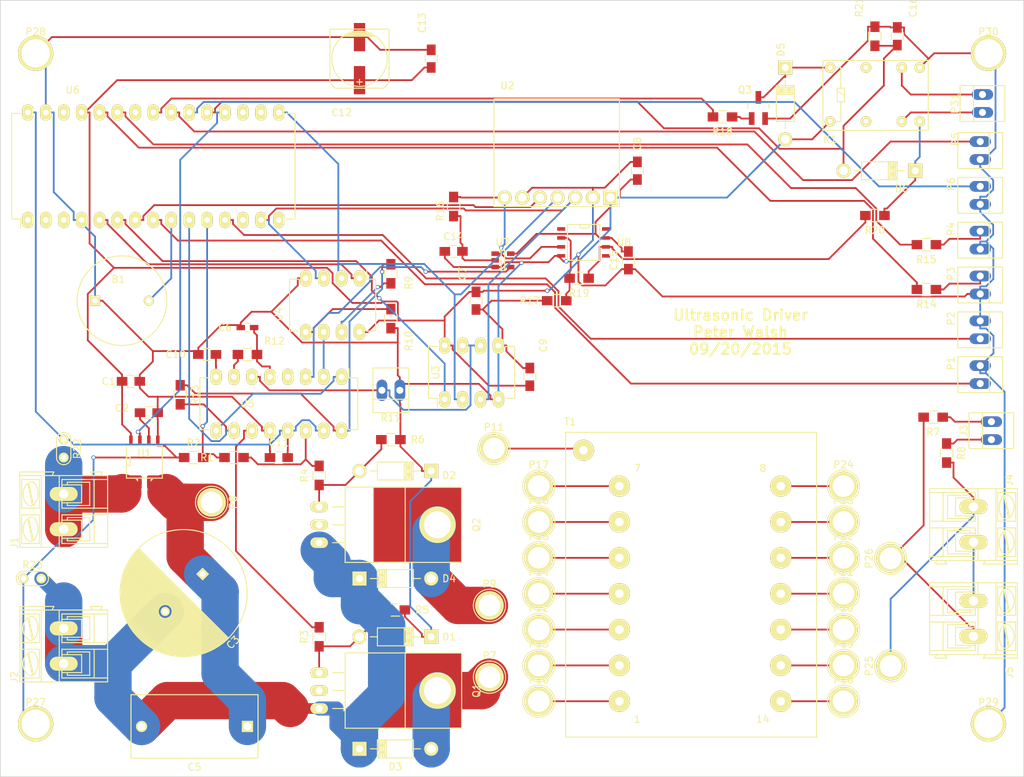
<source format=kicad_pcb>
(kicad_pcb (version 20171130) (host pcbnew "(5.1.12)-1")
  (layers (0 F.Cu signal) (31 B.Cu signal) (34 B.Paste user hide) (35 F.Paste user hide) (36 B.SilkS user hide) (37 F.SilkS user hide) (38 B.Mask user hide) (39 F.Mask user hide) (44 Edge.Cuts user))
  (net 0 "")
  (net 1 GND)
  (net 2 "Net-(B1-Pad2)")
  (net 3 +5V)
  (net 4 "Net-(C2-Pad2)")
  (net 5 "Net-(C3-Pad1)")
  (net 6 "Net-(C6-Pad2)")
  (net 7 "Net-(C10-Pad2)")
  (net 8 +12V)
  (net 9 "Net-(D1-Pad2)")
  (net 10 "Net-(D2-Pad2)")
  (net 11 "Net-(D3-Pad2)")
  (net 12 "Net-(D4-Pad2)")
  (net 13 "Net-(J3-Pad1)")
  (net 14 "Net-(J4-Pad1)")
  (net 15 "Net-(J4-Pad2)")
  (net 16 "Net-(J5-Pad2)")
  (net 17 "Net-(P3-Pad1)")
  (net 18 "Net-(P4-Pad1)")
  (net 19 "Net-(P5-Pad1)")
  (net 20 "Net-(P6-Pad1)")
  (net 21 "Net-(P10-Pad1)")
  (net 22 "Net-(P11-Pad1)")
  (net 23 "Net-(P12-Pad1)")
  (net 24 "Net-(P13-Pad1)")
  (net 25 "Net-(P14-Pad1)")
  (net 26 "Net-(P15-Pad1)")
  (net 27 "Net-(P16-Pad1)")
  (net 28 "Net-(P17-Pad1)")
  (net 29 "Net-(P18-Pad1)")
  (net 30 "Net-(P19-Pad1)")
  (net 31 "Net-(P20-Pad1)")
  (net 32 "Net-(P21-Pad1)")
  (net 33 "Net-(P22-Pad1)")
  (net 34 "Net-(P23-Pad1)")
  (net 35 "Net-(P24-Pad1)")
  (net 36 UC-PWM)
  (net 37 PWM-B)
  (net 38 PWM-A)
  (net 39 "Net-(J3-Pad2)")
  (net 40 "Net-(R9-Pad1)")
  (net 41 VREF)
  (net 42 "Net-(R10-Pad2)")
  (net 43 "Net-(R12-Pad1)")
  (net 44 UC-~RUN)
  (net 45 "Net-(R14-Pad2)")
  (net 46 "Net-(R15-Pad2)")
  (net 47 UC-PWR)
  (net 48 UC-SDA)
  (net 49 UC-SCK)
  (net 50 UC-FSYNC)
  (net 51 UC-CSF)
  (net 52 "Net-(R11-Pad2)")
  (net 53 UC-CSP)
  (net 54 "Net-(U4-Pad6)")
  (net 55 "Net-(U5-Pad1)")
  (net 56 "Net-(U5-Pad4)")
  (net 57 "Net-(U6-Pad1)")
  (net 58 "Net-(U6-Pad2)")
  (net 59 "Net-(U6-Pad3)")
  (net 60 "Net-(P1-Pad2)")
  (net 61 "Net-(P2-Pad2)")
  (net 62 "Net-(U6-Pad13)")
  (net 63 "Net-(U6-Pad15)")
  (net 64 "Net-(U6-Pad17)")
  (net 65 "Net-(U6-Pad18)")
  (net 66 "Net-(U6-Pad24)")
  (net 67 "Net-(U6-Pad28)")
  (net 68 "Net-(C14-Pad2)")
  (net 69 "Net-(U5-Pad3)")
  (net 70 UC-TUNE)
  (net 71 "Net-(D5-Pad1)")
  (net 72 "Net-(D6-Pad1)")
  (net 73 "Net-(K1-Pad9)")
  (net 74 "Net-(K1-Pad3)")
  (net 75 "Net-(K1-Pad4)")
  (net 76 "Net-(Q3-Pad1)")
  (net 77 9833-SIN)
  (net 78 "Net-(R17-Pad1)")
  (net 79 UC-RELAY)
  (net 80 "Net-(R19-Pad1)")
  (net 81 "Net-(U8-Pad8)")
  (net 82 "Net-(U8-Pad5)")
  (net 83 "Net-(U8-Pad1)")
  (net 84 "Net-(K1-Pad10)")
  (net 85 PWR-GND)
  (net 86 PWR-12V)
  (module "Relay_EC2:Relay_DPDT_IM0(3,6,7)NS" (layer F.Cu) (at 162.56 52.07)
    (fp_text reference K1 (at 0 7.62) (layer F.SilkS))
    (fp_text value RELAY)
    (pad 1 thru_hole circle (at 0 -2.54) (size 1.5 1.5) (drill 0.65) (layers *.Cu *.Mask F.SilkS) (net 71 "Net-(D5-Pad1)"))
    (pad 12 thru_hole circle (at 0 5.08) (size 1.5 1.5) (drill 0.65) (layers *.Cu *.Mask F.SilkS) (net 3 +5V))
    (pad 10 thru_hole circle (at 5.08 5.08) (size 1.5 1.5) (drill 0.65) (layers *.Cu *.Mask F.SilkS) (net 84 "Net-(K1-Pad10)"))
    (pad 9 thru_hole circle (at 10.16 5.08) (size 1.5 1.5) (drill 0.65) (layers *.Cu *.Mask F.SilkS) (net 73 "Net-(K1-Pad9)"))
    (pad 8 thru_hole circle (at 12.7 5.08) (size 1.5 1.5) (drill 0.65) (layers *.Cu *.Mask F.SilkS) (net 72 "Net-(D6-Pad1)"))
    (pad 3 thru_hole circle (at 5.08 -2.54) (size 1.5 1.5) (drill 0.65) (layers *.Cu *.Mask F.SilkS) (net 74 "Net-(K1-Pad3)"))
    (pad 4 thru_hole circle (at 10.16 -2.54) (size 1.5 1.5) (drill 0.65) (layers *.Cu *.Mask F.SilkS) (net 75 "Net-(K1-Pad4)"))
    (pad 5 thru_hole circle (at 12.7 -2.54) (size 1.5 1.5) (drill 0.65) (layers *.Cu *.Mask F.SilkS) (net 1 GND))
  )
  (module Discret:BUZ3-5 (layer F.Cu) (at 62.23 82.55)
    (fp_text reference B1 (at -0.508 -3.048) (layer F.SilkS))
    (fp_text value BUZZER)
    (pad 1 thru_hole rect (at -3.81 0) (size 1.4224 1.4224) (drill 0.8128) (layers *.Cu *.Mask F.SilkS) (net 1 GND))
    (pad 2 thru_hole circle (at 3.81 0) (size 1.4224 1.4224) (drill 0.8128) (layers *.Cu *.Mask F.SilkS) (net 2 "Net-(B1-Pad2)"))
  )
  (module Capacitors_SMD:C_0805_HandSoldering (layer F.Cu) (at 63.5 93.98)
    (fp_text reference C1 (at -3.175 0) (layer F.SilkS))
    (fp_text value 100nF)
    (pad 1 smd rect (at -1.25 0) (size 1.5 1.25) (layers F.Cu F.Paste F.Mask) (net 3 +5V))
    (pad 2 smd rect (at 1.25 0) (size 1.5 1.25) (layers F.Cu F.Paste F.Mask) (net 1 GND))
  )
  (module Capacitors_SMD:C_0805_HandSoldering (layer F.Cu) (at 66.04 98.425 180)
    (fp_text reference C2 (at 3.81 0.635 180) (layer F.SilkS))
    (fp_text value 10nF)
    (pad 1 smd rect (at -1.25 0 180) (size 1.5 1.25) (layers F.Cu F.Paste F.Mask) (net 1 GND))
    (pad 2 smd rect (at 1.25 0 180) (size 1.5 1.25) (layers F.Cu F.Paste F.Mask) (net 4 "Net-(C2-Pad2)"))
  )
  (module Capacitors_ThroughHole:C_Radial_D18_L36_P7.5 (layer F.Cu) (at 73.66 121.285 225)
    (fp_text reference C3 (at 3.81 -9.906 225) (layer F.SilkS))
    (fp_text value 4700uF)
    (pad 1 thru_hole rect (at 0 0 225) (size 1.3 1.3) (drill 0.8) (layers *.Cu *.Mask F.SilkS) (net 5 "Net-(C3-Pad1)"))
    (pad 2 thru_hole circle (at 7.5 0 225) (size 1.3 1.3) (drill 0.8) (layers *.Cu *.Mask F.SilkS) (net 85 PWR-GND))
  )
  (module Capacitors_ThroughHole:C_Rect_L18_W9_H15_P15 (layer F.Cu) (at 80.01 142.875 180)
    (fp_text reference C5 (at 7.5 -5.75 180) (layer F.SilkS))
    (fp_text value 0.47uF)
    (pad 1 thru_hole rect (at 0 0 180) (size 1.6 1.6) (drill 1.1) (layers *.Cu *.Mask F.SilkS) (net 5 "Net-(C3-Pad1)"))
    (pad 2 thru_hole circle (at 15 0 180) (size 1.6 1.6) (drill 1.1) (layers *.Cu *.Mask F.SilkS) (net 85 PWR-GND))
  )
  (module Capacitors_SMD:C_0603_HandSoldering (layer F.Cu) (at 80.01 86.36)
    (fp_text reference C6 (at -3.175 0) (layer F.SilkS))
    (fp_text value 2.2nF)
    (pad 1 smd rect (at -0.95 0) (size 1.2 0.75) (layers F.Cu F.Paste F.Mask) (net 1 GND))
    (pad 2 smd rect (at 0.95 0) (size 1.2 0.75) (layers F.Cu F.Paste F.Mask) (net 6 "Net-(C6-Pad2)"))
  )
  (module Capacitors_SMD:C_0805_HandSoldering (layer F.Cu) (at 112.395 82.55 90)
    (fp_text reference C7 (at 3.81 -1.905 90) (layer F.SilkS))
    (fp_text value 100nF)
    (pad 1 smd rect (at -1.25 0 90) (size 1.5 1.25) (layers F.Cu F.Paste F.Mask) (net 1 GND))
    (pad 2 smd rect (at 1.25 0 90) (size 1.5 1.25) (layers F.Cu F.Paste F.Mask) (net 3 +5V))
  )
  (module Capacitors_SMD:C_0805_HandSoldering (layer F.Cu) (at 135.255 64.135 270)
    (fp_text reference C8 (at -3.81 0 270) (layer F.SilkS))
    (fp_text value 100nF)
    (pad 1 smd rect (at -1.25 0 270) (size 1.5 1.25) (layers F.Cu F.Paste F.Mask) (net 1 GND))
    (pad 2 smd rect (at 1.25 0 270) (size 1.5 1.25) (layers F.Cu F.Paste F.Mask) (net 3 +5V))
  )
  (module Capacitors_SMD:C_0805_HandSoldering (layer F.Cu) (at 120.015 93.345 270)
    (fp_text reference C9 (at -4.445 -1.905 270) (layer F.SilkS))
    (fp_text value 100nF)
    (pad 1 smd rect (at -1.25 0 270) (size 1.5 1.25) (layers F.Cu F.Paste F.Mask) (net 1 GND))
    (pad 2 smd rect (at 1.25 0 270) (size 1.5 1.25) (layers F.Cu F.Paste F.Mask) (net 3 +5V))
  )
  (module Capacitors_SMD:C_0805_HandSoldering (layer F.Cu) (at 74.295 90.17)
    (fp_text reference C10 (at -4.445 0) (layer F.SilkS))
    (fp_text value 100nF)
    (pad 1 smd rect (at -1.25 0) (size 1.5 1.25) (layers F.Cu F.Paste F.Mask) (net 1 GND))
    (pad 2 smd rect (at 1.25 0) (size 1.5 1.25) (layers F.Cu F.Paste F.Mask) (net 7 "Net-(C10-Pad2)"))
  )
  (module Capacitors_SMD:C_0805_HandSoldering (layer F.Cu) (at 84.455 104.775)
    (fp_text reference C11 (at 0 -2.1) (layer F.SilkS))
    (fp_text value 100nF)
    (pad 1 smd rect (at -1.25 0) (size 1.5 1.25) (layers F.Cu F.Paste F.Mask) (net 1 GND))
    (pad 2 smd rect (at 1.25 0) (size 1.5 1.25) (layers F.Cu F.Paste F.Mask) (net 8 +12V))
  )
  (module Capacitors_SMD:c_elec_8x6.7 (layer F.Cu) (at 95.885 48.26 270)
    (fp_text reference C12 (at 7.62 2.54) (layer F.SilkS))
    (fp_text value 100uF)
    (pad 1 smd rect (at 3.05054 0 270) (size 4.0005 1.6002) (layers F.Cu F.Paste F.Mask) (net 3 +5V))
    (pad 2 smd rect (at -3.05054 0 270) (size 4.0005 1.6002) (layers F.Cu F.Paste F.Mask) (net 1 GND))
  )
  (module Capacitors_SMD:C_0805_HandSoldering (layer F.Cu) (at 106.045 48.26 90)
    (fp_text reference C13 (at 5.08 -1.27 90) (layer F.SilkS))
    (fp_text value 100nF)
    (pad 1 smd rect (at -1.25 0 90) (size 1.5 1.25) (layers F.Cu F.Paste F.Mask) (net 3 +5V))
    (pad 2 smd rect (at 1.25 0 90) (size 1.5 1.25) (layers F.Cu F.Paste F.Mask) (net 1 GND))
  )
  (module Diodes_ThroughHole:Diode_DO-41_SOD81_Horizontal_RM10 (layer F.Cu) (at 106.045 130.175 180)
    (fp_text reference D1 (at -2.54 0 180) (layer F.SilkS))
    (fp_text value 1N4744)
    (pad 2 thru_hole circle (at 10.16 -0.00254) (size 1.99898 1.99898) (drill 1.27) (layers *.Cu *.Mask F.SilkS) (net 9 "Net-(D1-Pad2)"))
    (pad 1 thru_hole rect (at 0 -0.00254) (size 1.99898 1.99898) (drill 1.00076) (layers *.Cu *.Mask F.SilkS) (net 1 GND))
  )
  (module Diodes_ThroughHole:Diode_DO-41_SOD81_Horizontal_RM10 (layer F.Cu) (at 106.045 106.68 180)
    (fp_text reference D2 (at -2.54 -0.635 180) (layer F.SilkS))
    (fp_text value 1N4744)
    (pad 2 thru_hole circle (at 10.16 -0.00254) (size 1.99898 1.99898) (drill 1.27) (layers *.Cu *.Mask F.SilkS) (net 10 "Net-(D2-Pad2)"))
    (pad 1 thru_hole rect (at 0 -0.00254) (size 1.99898 1.99898) (drill 1.00076) (layers *.Cu *.Mask F.SilkS) (net 1 GND))
  )
  (module Diodes_ThroughHole:Diode_DO-41_SOD81_Horizontal_RM10 (layer F.Cu) (at 95.885 146.05)
    (fp_text reference D3 (at 5.08 2.54) (layer F.SilkS))
    (fp_text value UF4007)
    (pad 2 thru_hole circle (at 10.16 -0.00254 180) (size 1.99898 1.99898) (drill 1.27) (layers *.Cu *.Mask F.SilkS) (net 11 "Net-(D3-Pad2)"))
    (pad 1 thru_hole rect (at 0 -0.00254 180) (size 1.99898 1.99898) (drill 1.00076) (layers *.Cu *.Mask F.SilkS) (net 85 PWR-GND))
  )
  (module Diodes_ThroughHole:Diode_DO-41_SOD81_Horizontal_RM10 (layer F.Cu) (at 95.885 121.92)
    (fp_text reference D4 (at 12.7 0) (layer F.SilkS))
    (fp_text value UF4007)
    (pad 2 thru_hole circle (at 10.16 -0.00254 180) (size 1.99898 1.99898) (drill 1.27) (layers *.Cu *.Mask F.SilkS) (net 12 "Net-(D4-Pad2)"))
    (pad 1 thru_hole rect (at 0 -0.00254 180) (size 1.99898 1.99898) (drill 1.00076) (layers *.Cu *.Mask F.SilkS) (net 85 PWR-GND))
  )
  (module Connect:AK300-2 (layer F.Cu) (at 53.975 114.935 90)
    (fp_text reference J1 (at -1.92 -6.985 90) (layer F.SilkS))
    (fp_text value +12V)
    (pad 1 thru_hole oval (at 0 0 90) (size 1.9812 3.9624) (drill 1.3208) (layers *.Cu F.Paste F.SilkS F.Mask) (net 86 PWR-12V))
    (pad 2 thru_hole oval (at 5 0 90) (size 1.9812 3.9624) (drill 1.3208) (layers *.Cu F.Paste F.SilkS F.Mask) (net 86 PWR-12V))
  )
  (module Connect:AK300-2 (layer F.Cu) (at 53.975 133.985 90)
    (fp_text reference J2 (at -1.92 -6.985 90) (layer F.SilkS))
    (fp_text value GND)
    (pad 1 thru_hole oval (at 0 0 90) (size 1.9812 3.9624) (drill 1.3208) (layers *.Cu F.Paste F.SilkS F.Mask) (net 85 PWR-GND))
    (pad 2 thru_hole oval (at 5 0 90) (size 1.9812 3.9624) (drill 1.3208) (layers *.Cu F.Paste F.SilkS F.Mask) (net 85 PWR-GND))
  )
  (module Connect:AK300-2 (layer F.Cu) (at 182.88 111.76 270)
    (fp_text reference J4 (at -3.81 -5.08 270) (layer F.SilkS))
    (fp_text value Disable)
    (pad 1 thru_hole oval (at 0 0 270) (size 1.9812 3.9624) (drill 1.3208) (layers *.Cu F.Paste F.SilkS F.Mask) (net 14 "Net-(J4-Pad1)"))
    (pad 2 thru_hole oval (at 5 0 270) (size 1.9812 3.9624) (drill 1.3208) (layers *.Cu F.Paste F.SilkS F.Mask) (net 15 "Net-(J4-Pad2)"))
  )
  (module Connect:AK300-2 (layer F.Cu) (at 182.88 125.095 270)
    (fp_text reference J5 (at 10.16 -5.08 270) (layer F.SilkS))
    (fp_text value XDUCER)
    (pad 1 thru_hole oval (at 0 0 270) (size 1.9812 3.9624) (drill 1.3208) (layers *.Cu F.Paste F.SilkS F.Mask) (net 15 "Net-(J4-Pad2)"))
    (pad 2 thru_hole oval (at 5 0 270) (size 1.9812 3.9624) (drill 1.3208) (layers *.Cu F.Paste F.SilkS F.Mask) (net 16 "Net-(J5-Pad2)"))
  )
  (module Connect:1pin (layer F.Cu) (at 114.3 135.89)
    (fp_text reference P7 (at 0 -3.048) (layer F.SilkS))
    (fp_text value SMPS-UT)
    (pad 1 thru_hole circle (at 0 0) (size 4.064 4.064) (drill 3.048) (layers *.Cu *.Mask F.SilkS) (net 11 "Net-(D3-Pad2)"))
  )
  (module Connect:1pin (layer F.Cu) (at 74.93 111.125 270)
    (fp_text reference P8 (at 0 -3.048 270) (layer F.SilkS))
    (fp_text value SMPS-CT)
    (pad 1 thru_hole circle (at 0 0 270) (size 4.064 4.064) (drill 3.048) (layers *.Cu *.Mask F.SilkS) (net 5 "Net-(C3-Pad1)"))
  )
  (module Connect:1pin (layer F.Cu) (at 114.3 125.73)
    (fp_text reference P9 (at 0 -3.048) (layer F.SilkS))
    (fp_text value SMPS-LT)
    (pad 1 thru_hole circle (at 0 0) (size 4.064 4.064) (drill 3.048) (layers *.Cu *.Mask F.SilkS) (net 12 "Net-(D4-Pad2)"))
  )
  (module Connect:1pin (layer F.Cu) (at 121.282 139.308)
    (fp_text reference P10 (at 0 -3.048) (layer F.SilkS))
    (fp_text value CONN_1)
    (pad 1 thru_hole circle (at 0 0) (size 4.064 4.064) (drill 3.048) (layers *.Cu *.Mask F.SilkS) (net 21 "Net-(P10-Pad1)"))
  )
  (module Connect:1pin (layer F.Cu) (at 114.935 103.505)
    (fp_text reference P11 (at 0 -3.048) (layer F.SilkS))
    (fp_text value CONN_1)
    (pad 1 thru_hole circle (at 0 0) (size 4.064 4.064) (drill 3.048) (layers *.Cu *.Mask F.SilkS) (net 22 "Net-(P11-Pad1)"))
  )
  (module Connect:1pin (layer F.Cu) (at 121.282 129.148)
    (fp_text reference P12 (at 0 -3.048) (layer F.SilkS))
    (fp_text value CONN_1)
    (pad 1 thru_hole circle (at 0 0) (size 4.064 4.064) (drill 3.048) (layers *.Cu *.Mask F.SilkS) (net 23 "Net-(P12-Pad1)"))
  )
  (module Connect:1pin (layer F.Cu) (at 121.282 134.228)
    (fp_text reference P13 (at 0 -3.048) (layer F.SilkS))
    (fp_text value CONN_1)
    (pad 1 thru_hole circle (at 0 0) (size 4.064 4.064) (drill 3.048) (layers *.Cu *.Mask F.SilkS) (net 24 "Net-(P13-Pad1)"))
  )
  (module Connect:1pin (layer F.Cu) (at 121.282 124.068)
    (fp_text reference P14 (at 0 -3.048) (layer F.SilkS))
    (fp_text value CONN_1)
    (pad 1 thru_hole circle (at 0 0) (size 4.064 4.064) (drill 3.048) (layers *.Cu *.Mask F.SilkS) (net 25 "Net-(P14-Pad1)"))
  )
  (module Connect:1pin (layer F.Cu) (at 121.282 118.988)
    (fp_text reference P15 (at 0 -3.048) (layer F.SilkS))
    (fp_text value CONN_1)
    (pad 1 thru_hole circle (at 0 0) (size 4.064 4.064) (drill 3.048) (layers *.Cu *.Mask F.SilkS) (net 26 "Net-(P15-Pad1)"))
  )
  (module Connect:1pin (layer F.Cu) (at 121.282 113.908)
    (fp_text reference P16 (at 0 -3.048) (layer F.SilkS))
    (fp_text value CONN_1)
    (pad 1 thru_hole circle (at 0 0) (size 4.064 4.064) (drill 3.048) (layers *.Cu *.Mask F.SilkS) (net 27 "Net-(P16-Pad1)"))
  )
  (module Connect:1pin (layer F.Cu) (at 121.282 108.828)
    (fp_text reference P17 (at 0 -3.048) (layer F.SilkS))
    (fp_text value CONN_1)
    (pad 1 thru_hole circle (at 0 0) (size 4.064 4.064) (drill 3.048) (layers *.Cu *.Mask F.SilkS) (net 28 "Net-(P17-Pad1)"))
  )
  (module Connect:1pin (layer F.Cu) (at 164.462 139.308)
    (fp_text reference P18 (at 0 -3.048) (layer F.SilkS))
    (fp_text value CONN_1)
    (pad 1 thru_hole circle (at 0 0) (size 4.064 4.064) (drill 3.048) (layers *.Cu *.Mask F.SilkS) (net 29 "Net-(P18-Pad1)"))
  )
  (module Connect:1pin (layer F.Cu) (at 164.462 134.228)
    (fp_text reference P19 (at 0 -3.048) (layer F.SilkS))
    (fp_text value CONN_1)
    (pad 1 thru_hole circle (at 0 0) (size 4.064 4.064) (drill 3.048) (layers *.Cu *.Mask F.SilkS) (net 30 "Net-(P19-Pad1)"))
  )
  (module Connect:1pin (layer F.Cu) (at 164.462 129.148)
    (fp_text reference P20 (at 0 -3.048) (layer F.SilkS))
    (fp_text value CONN_1)
    (pad 1 thru_hole circle (at 0 0) (size 4.064 4.064) (drill 3.048) (layers *.Cu *.Mask F.SilkS) (net 31 "Net-(P20-Pad1)"))
  )
  (module Connect:1pin (layer F.Cu) (at 164.462 124.068)
    (fp_text reference P21 (at 0 -3.048) (layer F.SilkS))
    (fp_text value CONN_1)
    (pad 1 thru_hole circle (at 0 0) (size 4.064 4.064) (drill 3.048) (layers *.Cu *.Mask F.SilkS) (net 32 "Net-(P21-Pad1)"))
  )
  (module Connect:1pin (layer F.Cu) (at 164.462 118.988)
    (fp_text reference P22 (at 0 -3.048) (layer F.SilkS))
    (fp_text value CONN_1)
    (pad 1 thru_hole circle (at 0 0) (size 4.064 4.064) (drill 3.048) (layers *.Cu *.Mask F.SilkS) (net 33 "Net-(P22-Pad1)"))
  )
  (module Connect:1pin (layer F.Cu) (at 164.462 113.908)
    (fp_text reference P23 (at 0 -3.048) (layer F.SilkS))
    (fp_text value CONN_1)
    (pad 1 thru_hole circle (at 0 0) (size 4.064 4.064) (drill 3.048) (layers *.Cu *.Mask F.SilkS) (net 34 "Net-(P23-Pad1)"))
  )
  (module Connect:1pin (layer F.Cu) (at 164.462 108.828)
    (fp_text reference P24 (at 0 -3.048) (layer F.SilkS))
    (fp_text value CONN_1)
    (pad 1 thru_hole circle (at 0 0) (size 4.064 4.064) (drill 3.048) (layers *.Cu *.Mask F.SilkS) (net 35 "Net-(P24-Pad1)"))
  )
  (module Connect:1pin (layer F.Cu) (at 171.132 134.302 90)
    (fp_text reference P25 (at 0 -3.048 90) (layer F.SilkS))
    (fp_text value CONN_1)
    (pad 1 thru_hole circle (at 0 0 90) (size 4.064 4.064) (drill 3.048) (layers *.Cu *.Mask F.SilkS) (net 14 "Net-(J4-Pad1)"))
  )
  (module Connect:1pin (layer F.Cu) (at 171.132 119.062 90)
    (fp_text reference P26 (at 0 -3.048 90) (layer F.SilkS))
    (fp_text value CONN_1)
    (pad 1 thru_hole circle (at 0 0 90) (size 4.064 4.064) (drill 3.048) (layers *.Cu *.Mask F.SilkS) (net 16 "Net-(J5-Pad2)"))
  )
  (module Resistors_SMD:R_0805_HandSoldering (layer F.Cu) (at 78.105 104.775)
    (fp_text reference R1 (at -3.81 0) (layer F.SilkS))
    (fp_text value 10K)
    (pad 1 smd rect (at -1.35 0) (size 1.5 1.3) (layers F.Cu F.Paste F.Mask) (net 36 UC-PWM))
    (pad 2 smd rect (at 1.35 0) (size 1.5 1.3) (layers F.Cu F.Paste F.Mask) (net 37 PWM-B))
  )
  (module Resistors_SMD:R_0805_HandSoldering (layer F.Cu) (at 72.39 104.775)
    (fp_text reference R2 (at 0 -2.1) (layer F.SilkS))
    (fp_text value 4.7K)
    (pad 1 smd rect (at -1.35 0) (size 1.5 1.3) (layers F.Cu F.Paste F.Mask) (net 1 GND))
    (pad 2 smd rect (at 1.35 0) (size 1.5 1.3) (layers F.Cu F.Paste F.Mask) (net 36 UC-PWM))
  )
  (module Resistors_SMD:R_0805_HandSoldering (layer F.Cu) (at 90.17 130.175 90)
    (fp_text reference R3 (at 0 -2.1 90) (layer F.SilkS))
    (fp_text value 20)
    (pad 1 smd rect (at -1.35 0 90) (size 1.5 1.3) (layers F.Cu F.Paste F.Mask) (net 9 "Net-(D1-Pad2)"))
    (pad 2 smd rect (at 1.35 0 90) (size 1.5 1.3) (layers F.Cu F.Paste F.Mask) (net 38 PWM-A))
  )
  (module Resistors_SMD:R_0805_HandSoldering (layer F.Cu) (at 90.17 107.315 90)
    (fp_text reference R4 (at 0 -2.1 90) (layer F.SilkS))
    (fp_text value 20)
    (pad 1 smd rect (at -1.35 0 90) (size 1.5 1.3) (layers F.Cu F.Paste F.Mask) (net 10 "Net-(D2-Pad2)"))
    (pad 2 smd rect (at 1.35 0 90) (size 1.5 1.3) (layers F.Cu F.Paste F.Mask) (net 37 PWM-B))
  )
  (module Resistors_SMD:R_0805_HandSoldering (layer F.Cu) (at 100.965 126.365 180)
    (fp_text reference R5 (at -3.81 0 180) (layer F.SilkS))
    (fp_text value 10K)
    (pad 1 smd rect (at -1.35 0 180) (size 1.5 1.3) (layers F.Cu F.Paste F.Mask) (net 1 GND))
    (pad 2 smd rect (at 1.35 0 180) (size 1.5 1.3) (layers F.Cu F.Paste F.Mask) (net 9 "Net-(D1-Pad2)"))
  )
  (module Resistors_SMD:R_0805_HandSoldering (layer F.Cu) (at 100.33 102.235 180)
    (fp_text reference R6 (at -3.81 0 180) (layer F.SilkS))
    (fp_text value 10K)
    (pad 1 smd rect (at -1.35 0 180) (size 1.5 1.3) (layers F.Cu F.Paste F.Mask) (net 1 GND))
    (pad 2 smd rect (at 1.35 0 180) (size 1.5 1.3) (layers F.Cu F.Paste F.Mask) (net 10 "Net-(D2-Pad2)"))
  )
  (module Resistors_SMD:R_0805_HandSoldering (layer F.Cu) (at 177.165 99.06 180)
    (fp_text reference R7 (at 0 -2.1 180) (layer F.SilkS))
    (fp_text value 2.2M)
    (pad 1 smd rect (at -1.35 0 180) (size 1.5 1.3) (layers F.Cu F.Paste F.Mask) (net 39 "Net-(J3-Pad2)"))
    (pad 2 smd rect (at 1.35 0 180) (size 1.5 1.3) (layers F.Cu F.Paste F.Mask) (net 16 "Net-(J5-Pad2)"))
  )
  (module Resistors_SMD:R_0805_HandSoldering (layer F.Cu) (at 179.07 104.14 270)
    (fp_text reference R8 (at 0 -2.1 270) (layer F.SilkS))
    (fp_text value 6.8M)
    (pad 1 smd rect (at -1.35 0 270) (size 1.5 1.3) (layers F.Cu F.Paste F.Mask) (net 13 "Net-(J3-Pad1)"))
    (pad 2 smd rect (at 1.35 0 270) (size 1.5 1.3) (layers F.Cu F.Paste F.Mask) (net 14 "Net-(J4-Pad1)"))
  )
  (module Resistors_SMD:R_0805_HandSoldering (layer F.Cu) (at 100.33 78.74 90)
    (fp_text reference R9 (at -1.27 2.54 90) (layer F.SilkS))
    (fp_text value 4.7K)
    (pad 1 smd rect (at -1.35 0 90) (size 1.5 1.3) (layers F.Cu F.Paste F.Mask) (net 40 "Net-(R9-Pad1)"))
    (pad 2 smd rect (at 1.35 0 90) (size 1.5 1.3) (layers F.Cu F.Paste F.Mask) (net 41 VREF))
  )
  (module Resistors_SMD:R_0805_HandSoldering (layer F.Cu) (at 100.33 85.09 90)
    (fp_text reference R10 (at -3.175 2.54 90) (layer F.SilkS))
    (fp_text value 1.8K)
    (pad 1 smd rect (at -1.35 0 90) (size 1.5 1.3) (layers F.Cu F.Paste F.Mask) (net 1 GND))
    (pad 2 smd rect (at 1.35 0 90) (size 1.5 1.3) (layers F.Cu F.Paste F.Mask) (net 42 "Net-(R10-Pad2)"))
  )
  (module Resistors_SMD:R_0805_HandSoldering (layer F.Cu) (at 80.01 90.17)
    (fp_text reference R12 (at 3.81 -1.905) (layer F.SilkS))
    (fp_text value 10)
    (pad 1 smd rect (at -1.35 0) (size 1.5 1.3) (layers F.Cu F.Paste F.Mask) (net 43 "Net-(R12-Pad1)"))
    (pad 2 smd rect (at 1.35 0) (size 1.5 1.3) (layers F.Cu F.Paste F.Mask) (net 6 "Net-(C6-Pad2)"))
  )
  (module Resistors_SMD:R_0805_HandSoldering (layer F.Cu) (at 70.485 95.885 270)
    (fp_text reference R13 (at 0 -2.1 270) (layer F.SilkS))
    (fp_text value 10K)
    (pad 1 smd rect (at -1.35 0 270) (size 1.5 1.3) (layers F.Cu F.Paste F.Mask) (net 41 VREF))
    (pad 2 smd rect (at 1.35 0 270) (size 1.5 1.3) (layers F.Cu F.Paste F.Mask) (net 44 UC-~RUN))
  )
  (module Resistors_SMD:R_0805_HandSoldering (layer F.Cu) (at 176.212 80.9625 180)
    (fp_text reference R14 (at 0 -2.1 180) (layer F.SilkS))
    (fp_text value 330)
    (pad 1 smd rect (at -1.35 0 180) (size 1.5 1.3) (layers F.Cu F.Paste F.Mask) (net 17 "Net-(P3-Pad1)"))
    (pad 2 smd rect (at 1.35 0 180) (size 1.5 1.3) (layers F.Cu F.Paste F.Mask) (net 45 "Net-(R14-Pad2)"))
  )
  (module Resistors_SMD:R_0805_HandSoldering (layer F.Cu) (at 176.212 74.6125 180)
    (fp_text reference R15 (at 0 -2.1 180) (layer F.SilkS))
    (fp_text value 330)
    (pad 1 smd rect (at -1.35 0 180) (size 1.5 1.3) (layers F.Cu F.Paste F.Mask) (net 18 "Net-(P4-Pad1)"))
    (pad 2 smd rect (at 1.35 0 180) (size 1.5 1.3) (layers F.Cu F.Paste F.Mask) (net 46 "Net-(R15-Pad2)"))
  )
  (module SMPS:SMPS_Transformer (layer F.Cu) (at 145.412 124.068)
    (fp_text reference T1 (at -19.6825 -24.3725) (layer F.SilkS))
    (fp_text value SMPS)
    (fp_text user 14 (at 7.62 17.78) (layer F.SilkS))
    (fp_text user 8 (at 7.62 -17.78) (layer F.SilkS))
    (fp_text user 7 (at -10.16 -17.78) (layer F.SilkS))
    (fp_text user 1 (at -10.16 17.78) (layer F.SilkS))
    (pad 1 thru_hole circle (at -12.7 15.24) (size 2.99974 2.99974) (drill 1.19888) (layers *.Cu *.Mask F.SilkS) (net 21 "Net-(P10-Pad1)"))
    (pad 2 thru_hole circle (at -12.7 10.16) (size 2.99974 2.99974) (drill 1.19888) (layers *.Cu *.Mask F.SilkS) (net 24 "Net-(P13-Pad1)"))
    (pad 3 thru_hole circle (at -12.7 5.08) (size 2.99974 2.99974) (drill 1.19888) (layers *.Cu *.Mask F.SilkS) (net 23 "Net-(P12-Pad1)"))
    (pad 4 thru_hole circle (at -12.7 0) (size 2.99974 2.99974) (drill 1.19888) (layers *.Cu *.Mask F.SilkS) (net 25 "Net-(P14-Pad1)"))
    (pad 5 thru_hole circle (at -12.7 -5.08) (size 2.99974 2.99974) (drill 1.19888) (layers *.Cu *.Mask F.SilkS) (net 26 "Net-(P15-Pad1)"))
    (pad 6 thru_hole circle (at -12.7 -10.16) (size 2.99974 2.99974) (drill 1.19888) (layers *.Cu *.Mask F.SilkS) (net 27 "Net-(P16-Pad1)"))
    (pad 7 thru_hole circle (at -12.7 -15.24) (size 2.99974 2.99974) (drill 1.19888) (layers *.Cu *.Mask F.SilkS) (net 28 "Net-(P17-Pad1)"))
    (pad 8 thru_hole circle (at 10.16 -15.24) (size 2.99974 2.99974) (drill 1.19888) (layers *.Cu *.Mask F.SilkS) (net 35 "Net-(P24-Pad1)"))
    (pad 9 thru_hole circle (at 10.16 -10.16) (size 2.99974 2.99974) (drill 1.19888) (layers *.Cu *.Mask F.SilkS) (net 34 "Net-(P23-Pad1)"))
    (pad 10 thru_hole circle (at 10.16 -5.08) (size 2.99974 2.99974) (drill 1.19888) (layers *.Cu *.Mask F.SilkS) (net 33 "Net-(P22-Pad1)"))
    (pad 11 thru_hole circle (at 10.16 0) (size 2.99974 2.99974) (drill 1.19888) (layers *.Cu *.Mask F.SilkS) (net 32 "Net-(P21-Pad1)"))
    (pad 12 thru_hole circle (at 10.16 5.08) (size 2.99974 2.99974) (drill 1.19888) (layers *.Cu *.Mask F.SilkS) (net 31 "Net-(P20-Pad1)"))
    (pad 13 thru_hole circle (at 10.16 10.16) (size 2.99974 2.99974) (drill 1.19888) (layers *.Cu *.Mask F.SilkS) (net 30 "Net-(P19-Pad1)"))
    (pad 14 thru_hole circle (at 10.16 15.24) (size 2.99974 2.99974) (drill 1.19888) (layers *.Cu *.Mask F.SilkS) (net 29 "Net-(P18-Pad1)"))
    (pad 15 thru_hole circle (at -17.78 -20.32) (size 2.99974 2.99974) (drill 1.19888) (layers *.Cu *.Mask F.SilkS) (net 22 "Net-(P11-Pad1)"))
  )
  (module SMD_Packages:SOIC-8-N (layer F.Cu) (at 65.405 105.41)
    (fp_text reference U1 (at 0 -1.27) (layer F.SilkS))
    (fp_text value ACS712)
    (pad 8 smd rect (at -1.905 -3.175) (size 0.508 1.143) (layers F.Cu F.Paste F.Mask) (net 3 +5V))
    (pad 7 smd rect (at -0.635 -3.175) (size 0.508 1.143) (layers F.Cu F.Paste F.Mask) (net 47 UC-PWR))
    (pad 6 smd rect (at 0.635 -3.175) (size 0.508 1.143) (layers F.Cu F.Paste F.Mask) (net 4 "Net-(C2-Pad2)"))
    (pad 5 smd rect (at 1.905 -3.175) (size 0.508 1.143) (layers F.Cu F.Paste F.Mask) (net 1 GND))
    (pad 4 smd rect (at 1.905 3.175) (size 0.508 1.143) (layers F.Cu F.Paste F.Mask) (net 5 "Net-(C3-Pad1)"))
    (pad 3 smd rect (at 0.635 3.175) (size 0.508 1.143) (layers F.Cu F.Paste F.Mask) (net 5 "Net-(C3-Pad1)"))
    (pad 2 smd rect (at -0.635 3.175) (size 0.508 1.143) (layers F.Cu F.Paste F.Mask) (net 86 PWR-12V))
    (pad 1 smd rect (at -1.905 3.175) (size 0.508 1.143) (layers F.Cu F.Paste F.Mask) (net 86 PWR-12V))
  )
  (module AD9833_Board:AD9833_Board (layer F.Cu) (at 131.445 67.945 180)
    (fp_text reference U2 (at 14.605 15.875 180) (layer F.SilkS))
    (fp_text value AD9833_Board)
    (pad 1 thru_hole rect (at 0 0 180) (size 2 2) (drill 1.2) (layers *.Cu *.Mask F.SilkS) (net 3 +5V))
    (pad 2 thru_hole circle (at 2.493 0 180) (size 2 2) (drill 1.2) (layers *.Cu *.Mask F.SilkS) (net 1 GND))
    (pad 3 thru_hole circle (at 4.993 0 180) (size 2 2) (drill 1.2) (layers *.Cu *.Mask F.SilkS) (net 48 UC-SDA))
    (pad 4 thru_hole circle (at 7.493 0 180) (size 2 2) (drill 1.2) (layers *.Cu *.Mask F.SilkS) (net 49 UC-SCK))
    (pad 5 thru_hole circle (at 9.993 0 180) (size 2 2) (drill 1.2) (layers *.Cu *.Mask F.SilkS) (net 50 UC-FSYNC))
    (pad 6 thru_hole circle (at 12.493 0 180) (size 2 2) (drill 1.2) (layers *.Cu *.Mask F.SilkS) (net 1 GND))
    (pad 7 thru_hole circle (at 14.993 0 180) (size 2 2) (drill 1.2) (layers *.Cu *.Mask F.SilkS) (net 77 9833-SIN))
  )
  (module Housings_DIP:DIP-8_W7.62mm_LongPads (layer F.Cu) (at 107.95 96.52 90)
    (fp_text reference U3 (at 3.81 -1.27 90) (layer F.SilkS))
    (fp_text value 50K)
    (pad 1 thru_hole oval (at 0 0 90) (size 2.3 1.6) (drill 0.8) (layers *.Cu *.Mask F.SilkS) (net 51 UC-CSF))
    (pad 2 thru_hole oval (at 0 2.54 90) (size 2.3 1.6) (drill 0.8) (layers *.Cu *.Mask F.SilkS) (net 49 UC-SCK))
    (pad 3 thru_hole oval (at 0 5.08 90) (size 2.3 1.6) (drill 0.8) (layers *.Cu *.Mask F.SilkS) (net 48 UC-SDA))
    (pad 4 thru_hole oval (at 0 7.62 90) (size 2.3 1.6) (drill 0.8) (layers *.Cu *.Mask F.SilkS) (net 1 GND))
    (pad 5 thru_hole oval (at 7.62 7.62 90) (size 2.3 1.6) (drill 0.8) (layers *.Cu *.Mask F.SilkS) (net 1 GND))
    (pad 6 thru_hole oval (at 7.62 5.08 90) (size 2.3 1.6) (drill 0.8) (layers *.Cu *.Mask F.SilkS) (net 52 "Net-(R11-Pad2)"))
    (pad 7 thru_hole oval (at 7.62 2.54 90) (size 2.3 1.6) (drill 0.8) (layers *.Cu *.Mask F.SilkS) (net 52 "Net-(R11-Pad2)"))
    (pad 8 thru_hole oval (at 7.62 0 90) (size 2.3 1.6) (drill 0.8) (layers *.Cu *.Mask F.SilkS) (net 3 +5V))
  )
  (module Housings_DIP:DIP-8_W7.62mm_LongPads (layer F.Cu) (at 95.885 79.375 270)
    (fp_text reference U4 (at 5.08 11.43 270) (layer F.SilkS))
    (fp_text value 10K)
    (pad 1 thru_hole oval (at 0 0 270) (size 2.3 1.6) (drill 0.8) (layers *.Cu *.Mask F.SilkS) (net 53 UC-CSP))
    (pad 2 thru_hole oval (at 0 2.54 270) (size 2.3 1.6) (drill 0.8) (layers *.Cu *.Mask F.SilkS) (net 49 UC-SCK))
    (pad 3 thru_hole oval (at 0 5.08 270) (size 2.3 1.6) (drill 0.8) (layers *.Cu *.Mask F.SilkS) (net 48 UC-SDA))
    (pad 4 thru_hole oval (at 0 7.62 270) (size 2.3 1.6) (drill 0.8) (layers *.Cu *.Mask F.SilkS) (net 1 GND))
    (pad 5 thru_hole oval (at 7.62 7.62 270) (size 2.3 1.6) (drill 0.8) (layers *.Cu *.Mask F.SilkS) (net 42 "Net-(R10-Pad2)"))
    (pad 6 thru_hole oval (at 7.62 5.08 270) (size 2.3 1.6) (drill 0.8) (layers *.Cu *.Mask F.SilkS) (net 54 "Net-(U4-Pad6)"))
    (pad 7 thru_hole oval (at 7.62 2.54 270) (size 2.3 1.6) (drill 0.8) (layers *.Cu *.Mask F.SilkS) (net 40 "Net-(R9-Pad1)"))
    (pad 8 thru_hole oval (at 7.62 0 270) (size 2.3 1.6) (drill 0.8) (layers *.Cu *.Mask F.SilkS) (net 3 +5V))
  )
  (module Housings_DIP:DIP-16_W7.62mm_LongPads (layer F.Cu) (at 93.345 93.345 270)
    (fp_text reference U5 (at 3.81 13.335) (layer F.SilkS))
    (fp_text value SG3525)
    (pad 1 thru_hole oval (at 0 0 270) (size 2.3 1.6) (drill 0.8) (layers *.Cu *.Mask F.SilkS) (net 55 "Net-(U5-Pad1)"))
    (pad 2 thru_hole oval (at 0 2.54 270) (size 2.3 1.6) (drill 0.8) (layers *.Cu *.Mask F.SilkS) (net 54 "Net-(U4-Pad6)"))
    (pad 3 thru_hole oval (at 0 5.08 270) (size 2.3 1.6) (drill 0.8) (layers *.Cu *.Mask F.SilkS) (net 69 "Net-(U5-Pad3)"))
    (pad 4 thru_hole oval (at 0 7.62 270) (size 2.3 1.6) (drill 0.8) (layers *.Cu *.Mask F.SilkS) (net 56 "Net-(U5-Pad4)"))
    (pad 5 thru_hole oval (at 0 10.16 270) (size 2.3 1.6) (drill 0.8) (layers *.Cu *.Mask F.SilkS) (net 6 "Net-(C6-Pad2)"))
    (pad 6 thru_hole oval (at 0 12.7 270) (size 2.3 1.6) (drill 0.8) (layers *.Cu *.Mask F.SilkS) (net 52 "Net-(R11-Pad2)"))
    (pad 7 thru_hole oval (at 0 15.24 270) (size 2.3 1.6) (drill 0.8) (layers *.Cu *.Mask F.SilkS) (net 43 "Net-(R12-Pad1)"))
    (pad 8 thru_hole oval (at 0 17.78 270) (size 2.3 1.6) (drill 0.8) (layers *.Cu *.Mask F.SilkS) (net 7 "Net-(C10-Pad2)"))
    (pad 9 thru_hole oval (at 7.62 17.78 270) (size 2.3 1.6) (drill 0.8) (layers *.Cu *.Mask F.SilkS) (net 55 "Net-(U5-Pad1)"))
    (pad 10 thru_hole oval (at 7.62 15.24 270) (size 2.3 1.6) (drill 0.8) (layers *.Cu *.Mask F.SilkS) (net 44 UC-~RUN))
    (pad 11 thru_hole oval (at 7.62 12.7 270) (size 2.3 1.6) (drill 0.8) (layers *.Cu *.Mask F.SilkS) (net 38 PWM-A))
    (pad 12 thru_hole oval (at 7.62 10.16 270) (size 2.3 1.6) (drill 0.8) (layers *.Cu *.Mask F.SilkS) (net 1 GND))
    (pad 13 thru_hole oval (at 7.62 7.62 270) (size 2.3 1.6) (drill 0.8) (layers *.Cu *.Mask F.SilkS) (net 8 +12V))
    (pad 14 thru_hole oval (at 7.62 5.08 270) (size 2.3 1.6) (drill 0.8) (layers *.Cu *.Mask F.SilkS) (net 37 PWM-B))
    (pad 15 thru_hole oval (at 7.62 2.54 270) (size 2.3 1.6) (drill 0.8) (layers *.Cu *.Mask F.SilkS) (net 8 +12V))
    (pad 16 thru_hole oval (at 7.62 0 270) (size 2.3 1.6) (drill 0.8) (layers *.Cu *.Mask F.SilkS) (net 41 VREF))
  )
  (module Nano:DIP-30_W15.24mm_LongPads (layer F.Cu) (at 46.355 71.12 90)
    (fp_text reference U6 (at 18.415 8.89 180) (layer F.SilkS))
    (fp_text value Arduino_Nano)
    (pad 1 thru_hole oval (at 0 2.54 90) (size 2.3 1.6) (drill 0.8) (layers *.Cu *.Mask F.SilkS) (net 57 "Net-(U6-Pad1)"))
    (pad 2 thru_hole oval (at 0 5.08 90) (size 2.3 1.6) (drill 0.8) (layers *.Cu *.Mask F.SilkS) (net 58 "Net-(U6-Pad2)"))
    (pad 3 thru_hole oval (at 0 7.62 90) (size 2.3 1.6) (drill 0.8) (layers *.Cu *.Mask F.SilkS) (net 59 "Net-(U6-Pad3)"))
    (pad 4 thru_hole oval (at 0 10.16 90) (size 2.3 1.6) (drill 0.8) (layers *.Cu *.Mask F.SilkS) (net 1 GND))
    (pad 5 thru_hole oval (at 0 12.7 90) (size 2.3 1.6) (drill 0.8) (layers *.Cu *.Mask F.SilkS) (net 53 UC-CSP))
    (pad 6 thru_hole oval (at 0 15.24 90) (size 2.3 1.6) (drill 0.8) (layers *.Cu *.Mask F.SilkS) (net 51 UC-CSF))
    (pad 7 thru_hole oval (at 0 17.78 90) (size 2.3 1.6) (drill 0.8) (layers *.Cu *.Mask F.SilkS) (net 50 UC-FSYNC))
    (pad 8 thru_hole oval (at 0 20.32 90) (size 2.3 1.6) (drill 0.8) (layers *.Cu *.Mask F.SilkS) (net 60 "Net-(P1-Pad2)"))
    (pad 9 thru_hole oval (at 0 22.86 90) (size 2.3 1.6) (drill 0.8) (layers *.Cu *.Mask F.SilkS) (net 2 "Net-(B1-Pad2)"))
    (pad 10 thru_hole oval (at 0 25.4 90) (size 2.3 1.6) (drill 0.8) (layers *.Cu *.Mask F.SilkS) (net 44 UC-~RUN))
    (pad 11 thru_hole oval (at 0 27.94 90) (size 2.3 1.6) (drill 0.8) (layers *.Cu *.Mask F.SilkS) (net 36 UC-PWM))
    (pad 12 thru_hole oval (at 0 30.48 90) (size 2.3 1.6) (drill 0.8) (layers *.Cu *.Mask F.SilkS) (net 61 "Net-(P2-Pad2)"))
    (pad 13 thru_hole oval (at 0 33.02 90) (size 2.3 1.6) (drill 0.8) (layers *.Cu *.Mask F.SilkS) (net 62 "Net-(U6-Pad13)"))
    (pad 14 thru_hole oval (at 0 35.56 90) (size 2.3 1.6) (drill 0.8) (layers *.Cu *.Mask F.SilkS) (net 48 UC-SDA))
    (pad 15 thru_hole oval (at 0 38.1 90) (size 2.3 1.6) (drill 0.8) (layers *.Cu *.Mask F.SilkS) (net 63 "Net-(U6-Pad15)"))
    (pad 16 thru_hole oval (at 15.24 38.1 90) (size 2.3 1.6) (drill 0.8) (layers *.Cu *.Mask F.SilkS) (net 49 UC-SCK))
    (pad 17 thru_hole oval (at 15.24 35.56 90) (size 2.3 1.6) (drill 0.8) (layers *.Cu *.Mask F.SilkS) (net 64 "Net-(U6-Pad17)"))
    (pad 18 thru_hole oval (at 15.24 33.02 90) (size 2.3 1.6) (drill 0.8) (layers *.Cu *.Mask F.SilkS) (net 65 "Net-(U6-Pad18)"))
    (pad 19 thru_hole oval (at 15.24 30.48 90) (size 2.3 1.6) (drill 0.8) (layers *.Cu *.Mask F.SilkS) (net 47 UC-PWR))
    (pad 20 thru_hole oval (at 15.24 27.94 90) (size 2.3 1.6) (drill 0.8) (layers *.Cu *.Mask F.SilkS) (net 70 UC-TUNE))
    (pad 21 thru_hole oval (at 15.24 25.4 90) (size 2.3 1.6) (drill 0.8) (layers *.Cu *.Mask F.SilkS) (net 20 "Net-(P6-Pad1)"))
    (pad 22 thru_hole oval (at 15.24 22.86 90) (size 2.3 1.6) (drill 0.8) (layers *.Cu *.Mask F.SilkS) (net 19 "Net-(P5-Pad1)"))
    (pad 23 thru_hole oval (at 15.24 20.32 90) (size 2.3 1.6) (drill 0.8) (layers *.Cu *.Mask F.SilkS) (net 79 UC-RELAY))
    (pad 24 thru_hole oval (at 15.24 17.78 90) (size 2.3 1.6) (drill 0.8) (layers *.Cu *.Mask F.SilkS) (net 66 "Net-(U6-Pad24)"))
    (pad 25 thru_hole oval (at 15.24 15.24 90) (size 2.3 1.6) (drill 0.8) (layers *.Cu *.Mask F.SilkS) (net 46 "Net-(R15-Pad2)"))
    (pad 26 thru_hole oval (at 15.24 12.7 90) (size 2.3 1.6) (drill 0.8) (layers *.Cu *.Mask F.SilkS) (net 45 "Net-(R14-Pad2)"))
    (pad 27 thru_hole oval (at 15.24 10.16 90) (size 2.3 1.6) (drill 0.8) (layers *.Cu *.Mask F.SilkS) (net 3 +5V))
    (pad 28 thru_hole oval (at 15.24 7.62 90) (size 2.3 1.6) (drill 0.8) (layers *.Cu *.Mask F.SilkS) (net 67 "Net-(U6-Pad28)"))
    (pad 29 thru_hole oval (at 15.24 5.08 90) (size 2.3 1.6) (drill 0.8) (layers *.Cu *.Mask F.SilkS) (net 1 GND))
    (pad 30 thru_hole oval (at 15.24 2.54 90) (size 2.3 1.6) (drill 0.8) (layers *.Cu *.Mask F.SilkS) (net 8 +12V))
  )
  (module Connect:PINHEAD1-2 (layer F.Cu) (at 185.42 100.965 90)
    (fp_text reference J3 (at 0 -3.9 90) (layer F.SilkS))
    (fp_text value Scope)
    (pad 1 thru_hole oval (at -1.27 0 90) (size 1.50622 3.01498) (drill 0.99822) (layers *.Cu *.Mask) (net 13 "Net-(J3-Pad1)"))
    (pad 2 thru_hole oval (at 1.27 0 90) (size 1.50622 3.01498) (drill 0.99822) (layers *.Cu *.Mask) (net 39 "Net-(J3-Pad2)"))
  )
  (module Connect:PINHEAD1-2 (layer F.Cu) (at 183.832 93.0275 270)
    (fp_text reference P1 (at -1.5875 4.1275 270) (layer F.SilkS))
    (fp_text value I1)
    (pad 1 thru_hole oval (at -1.27 0 270) (size 1.50622 3.01498) (drill 0.99822) (layers *.Cu *.Mask) (net 1 GND))
    (pad 2 thru_hole oval (at 1.27 0 270) (size 1.50622 3.01498) (drill 0.99822) (layers *.Cu *.Mask) (net 60 "Net-(P1-Pad2)"))
  )
  (module Connect:PINHEAD1-2 (layer F.Cu) (at 183.832 86.6775 270)
    (fp_text reference P2 (at -1.5875 4.1275 270) (layer F.SilkS))
    (fp_text value I2)
    (pad 1 thru_hole oval (at -1.27 0 270) (size 1.50622 3.01498) (drill 0.99822) (layers *.Cu *.Mask) (net 1 GND))
    (pad 2 thru_hole oval (at 1.27 0 270) (size 1.50622 3.01498) (drill 0.99822) (layers *.Cu *.Mask) (net 61 "Net-(P2-Pad2)"))
  )
  (module Connect:PINHEAD1-2 (layer F.Cu) (at 183.832 80.3275 270)
    (fp_text reference P3 (at -1.5875 4.1275 270) (layer F.SilkS))
    (fp_text value LED1)
    (pad 1 thru_hole oval (at -1.27 0 270) (size 1.50622 3.01498) (drill 0.99822) (layers *.Cu *.Mask) (net 17 "Net-(P3-Pad1)"))
    (pad 2 thru_hole oval (at 1.27 0 270) (size 1.50622 3.01498) (drill 0.99822) (layers *.Cu *.Mask) (net 1 GND))
  )
  (module Connect:PINHEAD1-2 (layer F.Cu) (at 183.832 73.9775 270)
    (fp_text reference P4 (at -1.5875 4.1275 270) (layer F.SilkS))
    (fp_text value LED2)
    (pad 1 thru_hole oval (at -1.27 0 270) (size 1.50622 3.01498) (drill 0.99822) (layers *.Cu *.Mask) (net 18 "Net-(P4-Pad1)"))
    (pad 2 thru_hole oval (at 1.27 0 270) (size 1.50622 3.01498) (drill 0.99822) (layers *.Cu *.Mask) (net 1 GND))
  )
  (module Connect:PINHEAD1-2 (layer F.Cu) (at 183.832 61.2775 270)
    (fp_text reference P5 (at -1.5875 3.4925 270) (layer F.SilkS))
    (fp_text value O2)
    (pad 1 thru_hole oval (at -1.27 0 270) (size 1.50622 3.01498) (drill 0.99822) (layers *.Cu *.Mask) (net 19 "Net-(P5-Pad1)"))
    (pad 2 thru_hole oval (at 1.27 0 270) (size 1.50622 3.01498) (drill 0.99822) (layers *.Cu *.Mask) (net 1 GND))
  )
  (module Connect:PINHEAD1-2 (layer F.Cu) (at 183.832 67.6275 270)
    (fp_text reference P6 (at -1.5875 4.1275 270) (layer F.SilkS))
    (fp_text value O1)
    (pad 1 thru_hole oval (at -1.27 0 270) (size 1.50622 3.01498) (drill 0.99822) (layers *.Cu *.Mask) (net 20 "Net-(P6-Pad1)"))
    (pad 2 thru_hole oval (at 1.27 0 270) (size 1.50622 3.01498) (drill 0.99822) (layers *.Cu *.Mask) (net 1 GND))
  )
  (module Connect:PINHEAD1-2 (layer F.Cu) (at 100.33 95.25 180)
    (fp_text reference R11 (at 0 -3.9 180) (layer F.SilkS))
    (fp_text value 47K)
    (pad 1 thru_hole oval (at -1.27 0 180) (size 1.50622 3.01498) (drill 0.99822) (layers *.Cu *.Mask) (net 1 GND))
    (pad 2 thru_hole oval (at 1.27 0 180) (size 1.50622 3.01498) (drill 0.99822) (layers *.Cu *.Mask) (net 52 "Net-(R11-Pad2)"))
  )
  (module Connect:1pin (layer F.Cu) (at 50 142.5)
    (fp_text reference P27 (at 0 -3.048) (layer F.SilkS))
    (fp_text value CONN_1)
    (pad 1 thru_hole circle (at 0 0) (size 5 5) (drill 4) (layers *.Cu *.Mask F.SilkS) (net 1 GND))
  )
  (module Connect:1pin (layer F.Cu) (at 50 47.5)
    (fp_text reference P28 (at 0 -3.048) (layer F.SilkS))
    (fp_text value CONN_1)
    (pad 1 thru_hole circle (at 0 0) (size 5 5) (drill 4) (layers *.Cu *.Mask F.SilkS) (net 1 GND))
  )
  (module Connect:1pin (layer F.Cu) (at 185 142.5)
    (fp_text reference P29 (at 0 -3.048) (layer F.SilkS))
    (fp_text value CONN_1)
    (pad 1 thru_hole circle (at 0 0) (size 5 5) (drill 4) (layers *.Cu *.Mask F.SilkS) (net 1 GND))
  )
  (module Connect:1pin (layer F.Cu) (at 185 47.5)
    (fp_text reference P30 (at 0 -3.048) (layer F.SilkS))
    (fp_text value CONN_1)
    (pad 1 thru_hole circle (at 0 0) (size 5 5) (drill 4) (layers *.Cu *.Mask F.SilkS) (net 1 GND))
  )
  (module Capacitors_SMD:C_0805_HandSoldering (layer F.Cu) (at 109.22 75.565)
    (fp_text reference C14 (at 0 -2.1) (layer F.SilkS))
    (fp_text value 100nF)
    (pad 1 smd rect (at -1.25 0) (size 1.5 1.25) (layers F.Cu F.Paste F.Mask) (net 1 GND))
    (pad 2 smd rect (at 1.25 0) (size 1.5 1.25) (layers F.Cu F.Paste F.Mask) (net 68 "Net-(C14-Pad2)"))
  )
  (module Capacitors_SMD:C_0805_HandSoldering (layer F.Cu) (at 133.985 76.835 90)
    (fp_text reference C15 (at 0 -2.1 90) (layer F.SilkS))
    (fp_text value 100nF)
    (pad 1 smd rect (at -1.25 0 90) (size 1.5 1.25) (layers F.Cu F.Paste F.Mask) (net 1 GND))
    (pad 2 smd rect (at 1.25 0 90) (size 1.5 1.25) (layers F.Cu F.Paste F.Mask) (net 3 +5V))
  )
  (module Resistors_SMD:R_0805_HandSoldering (layer F.Cu) (at 109.22 69.215 90)
    (fp_text reference R16 (at -0.635 -1.905 90) (layer F.SilkS))
    (fp_text value 10)
    (pad 1 smd rect (at -1.35 0 90) (size 1.5 1.3) (layers F.Cu F.Paste F.Mask) (net 68 "Net-(C14-Pad2)"))
    (pad 2 smd rect (at 1.35 0 90) (size 1.5 1.3) (layers F.Cu F.Paste F.Mask) (net 77 9833-SIN))
  )
  (module Capacitors_SMD:C_0805_HandSoldering (layer F.Cu) (at 172.085 45.085 90)
    (fp_text reference C16 (at 4.1275 2.2225 90) (layer F.SilkS))
    (fp_text value 100nF)
    (pad 1 smd rect (at -1.25 0 90) (size 1.5 1.25) (layers F.Cu F.Paste F.Mask) (net 70 UC-TUNE))
    (pad 2 smd rect (at 1.25 0 90) (size 1.5 1.25) (layers F.Cu F.Paste F.Mask) (net 1 GND))
  )
  (module Diodes_ThroughHole:Diode_DO-41_SOD81_Horizontal_RM10 (layer F.Cu) (at 156.21 49.53 270)
    (fp_text reference D5 (at -2.54 0.635 270) (layer F.SilkS))
    (fp_text value 1N4007)
    (pad 2 thru_hole circle (at 10.16 -0.00254 90) (size 1.99898 1.99898) (drill 1.27) (layers *.Cu *.Mask F.SilkS) (net 3 +5V))
    (pad 1 thru_hole rect (at 0 -0.00254 90) (size 1.99898 1.99898) (drill 1.00076) (layers *.Cu *.Mask F.SilkS) (net 71 "Net-(D5-Pad1)"))
  )
  (module Diodes_ThroughHole:Diode_DO-41_SOD81_Horizontal_RM10 (layer F.Cu) (at 174.625 64.135 180)
    (fp_text reference D6 (at 1.905 -2.54 180) (layer F.SilkS))
    (fp_text value 1N4148)
    (pad 2 thru_hole circle (at 10.16 -0.00254) (size 1.99898 1.99898) (drill 1.27) (layers *.Cu *.Mask F.SilkS) (net 70 UC-TUNE))
    (pad 1 thru_hole rect (at 0 -0.00254) (size 1.99898 1.99898) (drill 1.00076) (layers *.Cu *.Mask F.SilkS) (net 72 "Net-(D6-Pad1)"))
  )
  (module Connect:PINHEAD1-2 (layer F.Cu) (at 184.15 54.61 90)
    (fp_text reference P31 (at 0 -3.9 90) (layer F.SilkS))
    (fp_text value TUNE)
    (pad 1 thru_hole oval (at -1.27 0 90) (size 1.50622 3.01498) (drill 0.99822) (layers *.Cu *.Mask) (net 73 "Net-(K1-Pad9)"))
    (pad 2 thru_hole oval (at 1.27 0 90) (size 1.50622 3.01498) (drill 0.99822) (layers *.Cu *.Mask) (net 75 "Net-(K1-Pad4)"))
  )
  (module Housings_SOT-23_SOT-143_TSOT-6:SOT-23_Handsoldering (layer F.Cu) (at 152.4 55.245)
    (fp_text reference Q3 (at -1.905 -2.54) (layer F.SilkS))
    (fp_text value 2N2222)
    (pad 1 smd rect (at -0.95 1.50114) (size 0.8001 1.80086) (layers F.Cu F.Paste F.Mask) (net 76 "Net-(Q3-Pad1)"))
    (pad 2 smd rect (at 0.95 1.50114) (size 0.8001 1.80086) (layers F.Cu F.Paste F.Mask) (net 1 GND))
    (pad 3 smd rect (at 0 -1.50114) (size 0.8001 1.80086) (layers F.Cu F.Paste F.Mask) (net 71 "Net-(D5-Pad1)"))
  )
  (module Resistors_SMD:R_0805_HandSoldering (layer F.Cu) (at 123.825 82.55 180)
    (fp_text reference R17 (at 3.81 0 180) (layer F.SilkS))
    (fp_text value 1K)
    (pad 1 smd rect (at -1.35 0 180) (size 1.5 1.3) (layers F.Cu F.Paste F.Mask) (net 78 "Net-(R17-Pad1)"))
    (pad 2 smd rect (at 1.35 0 180) (size 1.5 1.3) (layers F.Cu F.Paste F.Mask) (net 1 GND))
  )
  (module Resistors_SMD:R_0805_HandSoldering (layer F.Cu) (at 147.32 56.515 180)
    (fp_text reference R18 (at 0 -2.1 180) (layer F.SilkS))
    (fp_text value 1K)
    (pad 1 smd rect (at -1.35 0 180) (size 1.5 1.3) (layers F.Cu F.Paste F.Mask) (net 76 "Net-(Q3-Pad1)"))
    (pad 2 smd rect (at 1.35 0 180) (size 1.5 1.3) (layers F.Cu F.Paste F.Mask) (net 79 UC-RELAY))
  )
  (module Resistors_SMD:R_0805_HandSoldering (layer F.Cu) (at 127 79.375 180)
    (fp_text reference R19 (at 0 -2.1 180) (layer F.SilkS))
    (fp_text value 5.1K)
    (pad 1 smd rect (at -1.35 0 180) (size 1.5 1.3) (layers F.Cu F.Paste F.Mask) (net 80 "Net-(R19-Pad1)"))
    (pad 2 smd rect (at 1.35 0 180) (size 1.5 1.3) (layers F.Cu F.Paste F.Mask) (net 78 "Net-(R17-Pad1)"))
  )
  (module Resistors_SMD:R_0805_HandSoldering (layer F.Cu) (at 168.91 70.485 180)
    (fp_text reference R20 (at 0 -2.1 180) (layer F.SilkS))
    (fp_text value 100)
    (pad 1 smd rect (at -1.35 0 180) (size 1.5 1.3) (layers F.Cu F.Paste F.Mask) (net 72 "Net-(D6-Pad1)"))
    (pad 2 smd rect (at 1.35 0 180) (size 1.5 1.3) (layers F.Cu F.Paste F.Mask) (net 80 "Net-(R19-Pad1)"))
  )
  (module Resistors_SMD:R_0805_HandSoldering (layer F.Cu) (at 168.91 45.085 270)
    (fp_text reference R21 (at -4.1275 2.2225 270) (layer F.SilkS))
    (fp_text value 100K)
    (pad 1 smd rect (at -1.35 0 270) (size 1.5 1.3) (layers F.Cu F.Paste F.Mask) (net 1 GND))
    (pad 2 smd rect (at 1.35 0 270) (size 1.5 1.3) (layers F.Cu F.Paste F.Mask) (net 70 UC-TUNE))
  )
  (module SMD_Packages:SOIC-8-N (layer F.Cu) (at 127.635 74.295 270)
    (fp_text reference U8 (at 0 -5.715) (layer F.SilkS))
    (fp_text value OPA350)
    (pad 8 smd rect (at -1.905 -3.175 270) (size 0.508 1.143) (layers F.Cu F.Paste F.Mask) (net 81 "Net-(U8-Pad8)"))
    (pad 7 smd rect (at -0.635 -3.175 270) (size 0.508 1.143) (layers F.Cu F.Paste F.Mask) (net 3 +5V))
    (pad 6 smd rect (at 0.635 -3.175 270) (size 0.508 1.143) (layers F.Cu F.Paste F.Mask) (net 80 "Net-(R19-Pad1)"))
    (pad 5 smd rect (at 1.905 -3.175 270) (size 0.508 1.143) (layers F.Cu F.Paste F.Mask) (net 82 "Net-(U8-Pad5)"))
    (pad 4 smd rect (at 1.905 3.175 270) (size 0.508 1.143) (layers F.Cu F.Paste F.Mask) (net 1 GND))
    (pad 3 smd rect (at 0.635 3.175 270) (size 0.508 1.143) (layers F.Cu F.Paste F.Mask) (net 77 9833-SIN))
    (pad 2 smd rect (at -0.635 3.175 270) (size 0.508 1.143) (layers F.Cu F.Paste F.Mask) (net 78 "Net-(R17-Pad1)"))
    (pad 1 smd rect (at -1.905 3.175 270) (size 0.508 1.143) (layers F.Cu F.Paste F.Mask) (net 83 "Net-(U8-Pad1)"))
  )
  (module Housings_SOT-23_SOT-143_TSOT-6:SOT-23-5 (layer F.Cu) (at 116.205 76.835)
    (fp_text reference U7 (at -0.05 -2.55) (layer F.SilkS))
    (fp_text value 74HC1G86)
    (pad 1 smd rect (at -1.1 -0.95) (size 1.06 0.65) (layers F.Cu F.Paste F.Mask) (net 77 9833-SIN))
    (pad 2 smd rect (at -1.1 0) (size 1.06 0.65) (layers F.Cu F.Paste F.Mask) (net 68 "Net-(C14-Pad2)"))
    (pad 3 smd rect (at -1.1 0.95) (size 1.06 0.65) (layers F.Cu F.Paste F.Mask) (net 1 GND))
    (pad 4 smd rect (at 1.1 0.95) (size 1.06 0.65) (layers F.Cu F.Paste F.Mask) (net 69 "Net-(U5-Pad3)"))
    (pad 5 smd rect (at 1.1 -0.95) (size 1.06 0.65) (layers F.Cu F.Paste F.Mask) (net 3 +5V))
  )
  (module Discret:TEST_POINT_2PADS (layer F.Cu) (at 53.975 103.505 270)
    (fp_text reference R22 (at 0.03048 -1.92024 270) (layer F.SilkS))
    (fp_text value 0)
    (pad 1 thru_hole circle (at -1.27 0 270) (size 1.397 1.397) (drill 0.8128) (layers *.Cu *.Mask F.SilkS) (net 8 +12V))
    (pad 2 thru_hole circle (at 1.27 0 270) (size 1.397 1.397) (drill 0.8128) (layers *.Cu *.Mask F.SilkS) (net 86 PWR-12V))
  )
  (module Discret:TEST_POINT_2PADS (layer F.Cu) (at 49.53 121.92)
    (fp_text reference R23 (at 0.03048 -1.92024) (layer F.SilkS))
    (fp_text value 0)
    (pad 1 thru_hole circle (at -1.27 0) (size 1.397 1.397) (drill 0.8128) (layers *.Cu *.Mask F.SilkS) (net 1 GND))
    (pad 2 thru_hole circle (at 1.27 0) (size 1.397 1.397) (drill 0.8128) (layers *.Cu *.Mask F.SilkS) (net 85 PWR-GND))
  )
  (module TO-220:TO-220_Neutral123_Horizontal_with_tab_pad (layer F.Cu) (at 90.17 137.795 270)
    (fp_text reference Q1 (at 0 -22.3012 270) (layer F.SilkS))
    (fp_text value IRFB3306 hide)
    (pad 2 thru_hole oval (at 0 0) (size 2.49936 1.50114) (drill 1.00076) (layers *.Cu *.Mask F.SilkS))
    (pad 1 thru_hole oval (at -2.54 0) (size 2.49936 1.50114) (drill 1.00076) (layers *.Cu *.Mask F.SilkS) (net 9 "Net-(D1-Pad2)"))
    (pad 3 thru_hole oval (at 2.54 0) (size 2.49936 1.50114) (drill 1.00076) (layers *.Cu *.Mask F.SilkS) (net 85 PWR-GND))
    (pad 4 smd rect (at 0 -16.764 270) (size 10.5 12.5) (drill (offset 0 2.8)) (layers F.Cu F.Paste F.Mask) (net 11 "Net-(D3-Pad2)"))
    (pad 4 thru_hole circle (at 0 -16.75 270) (size 5.08 5.08) (drill 3.79984) (layers *.Cu *.Mask F.SilkS) (net 11 "Net-(D3-Pad2)"))
  )
  (module TO-220:TO-220_Neutral123_Horizontal_with_tab_pad (layer F.Cu) (at 90.17 114.3 270)
    (fp_text reference Q2 (at 0 -22.3012 270) (layer F.SilkS))
    (fp_text value IRFB3306 hide)
    (pad 2 thru_hole oval (at 0 0) (size 2.49936 1.50114) (drill 1.00076) (layers *.Cu *.Mask F.SilkS))
    (pad 1 thru_hole oval (at -2.54 0) (size 2.49936 1.50114) (drill 1.00076) (layers *.Cu *.Mask F.SilkS) (net 10 "Net-(D2-Pad2)"))
    (pad 3 thru_hole oval (at 2.54 0) (size 2.49936 1.50114) (drill 1.00076) (layers *.Cu *.Mask F.SilkS) (net 85 PWR-GND))
    (pad 4 smd rect (at 0 -16.764 270) (size 10.5 12.5) (drill (offset 0 2.8)) (layers F.Cu F.Paste F.Mask) (net 12 "Net-(D4-Pad2)"))
    (pad 4 thru_hole circle (at 0 -16.75 270) (size 5.08 5.08) (drill 3.79984) (layers *.Cu *.Mask F.SilkS) (net 12 "Net-(D4-Pad2)"))
  )
  (gr_text "Ultrasonic Driver\nPeter Walsh\n09/20/2015" (at 149.86 86.995) (layer F.SilkS) (effects (font (size 1.5 1.5) (thickness 0.3))))
  (gr_line (start 45 40) (end 45 150) (angle 90) (layer Edge.Cuts) (width 0.1))
  (gr_line (start 190 40) (end 45 40) (angle 90) (layer Edge.Cuts) (width 0.1))
  (gr_line (start 190 150) (end 190 40) (angle 90) (layer Edge.Cuts) (width 0.1))
  (gr_line (start 45 150) (end 190 150) (angle 90) (layer Edge.Cuts) (width 0.1))
  (segment (start 183.832 81.5975) (end 181.9994 81.5975) (width 0.25) (layer F.Cu) (net 1))
  (segment (start 133.985 78.085) (end 134.9351 78.085) (width 0.25) (layer F.Cu) (net 1))
  (segment (start 134.9351 78.085) (end 138.8078 81.9577) (width 0.25) (layer F.Cu) (net 1))
  (segment (start 138.8078 81.9577) (end 181.6392 81.9577) (width 0.25) (layer F.Cu) (net 1))
  (segment (start 181.6392 81.9577) (end 181.9994 81.5975) (width 0.25) (layer F.Cu) (net 1))
  (segment (start 133.51 78.085) (end 133.985 78.085) (width 0.25) (layer F.Cu) (net 1))
  (segment (start 133.51 78.085) (end 133.0349 78.085) (width 0.25) (layer F.Cu) (net 1))
  (segment (start 66.6012 89.6949) (end 59.4563 82.55) (width 0.25) (layer F.Cu) (net 1))
  (segment (start 73.045 89.6949) (end 66.6012 89.6949) (width 0.25) (layer F.Cu) (net 1))
  (segment (start 66.6012 89.6949) (end 66.6012 91.1787) (width 0.25) (layer F.Cu) (net 1))
  (segment (start 66.6012 91.1787) (end 64.75 93.0299) (width 0.25) (layer F.Cu) (net 1))
  (segment (start 58.42 82.55) (end 59.4563 82.55) (width 0.25) (layer F.Cu) (net 1))
  (segment (start 67.29 96.1598) (end 65.9797 96.1598) (width 0.25) (layer F.Cu) (net 1))
  (segment (start 65.9797 96.1598) (end 64.75 94.9301) (width 0.25) (layer F.Cu) (net 1))
  (segment (start 82.0599 100.965) (end 82.0599 100.4025) (width 0.25) (layer F.Cu) (net 1))
  (segment (start 82.0599 100.4025) (end 77.8172 96.1598) (width 0.25) (layer F.Cu) (net 1))
  (segment (start 77.8172 96.1598) (end 67.29 96.1598) (width 0.25) (layer F.Cu) (net 1))
  (segment (start 67.29 96.1598) (end 67.29 97.4749) (width 0.25) (layer F.Cu) (net 1))
  (segment (start 64.75 93.98) (end 64.75 94.9301) (width 0.25) (layer F.Cu) (net 1))
  (segment (start 88.265 79.375) (end 87.1399 79.375) (width 0.25) (layer F.Cu) (net 1))
  (segment (start 83.3926 84.1181) (end 87.1399 80.3708) (width 0.25) (layer F.Cu) (net 1))
  (segment (start 87.1399 80.3708) (end 87.1399 79.375) (width 0.25) (layer F.Cu) (net 1))
  (segment (start 79.06 85.6599) (end 80.6018 84.1181) (width 0.25) (layer F.Cu) (net 1))
  (segment (start 80.6018 84.1181) (end 83.3926 84.1181) (width 0.25) (layer F.Cu) (net 1))
  (segment (start 101.3051 88.4798) (end 87.7543 88.4798) (width 0.25) (layer F.Cu) (net 1))
  (segment (start 87.7543 88.4798) (end 83.3926 84.1181) (width 0.25) (layer F.Cu) (net 1))
  (segment (start 101.3051 88.4798) (end 101.3051 93.1225) (width 0.25) (layer F.Cu) (net 1))
  (segment (start 101.3051 93.1225) (end 101.6 93.4174) (width 0.25) (layer F.Cu) (net 1))
  (segment (start 101.3051 86.44) (end 101.3051 88.4798) (width 0.25) (layer F.Cu) (net 1))
  (segment (start 118.8383 77.1011) (end 118.8383 77.1909) (width 0.25) (layer F.Cu) (net 1))
  (segment (start 123.5634 76.2) (end 122.6623 77.1011) (width 0.25) (layer F.Cu) (net 1))
  (segment (start 122.6623 77.1011) (end 118.8383 77.1011) (width 0.25) (layer F.Cu) (net 1))
  (segment (start 118.8383 77.1011) (end 116.644 77.1011) (width 0.25) (layer F.Cu) (net 1))
  (segment (start 116.644 77.1011) (end 115.9601 77.785) (width 0.25) (layer F.Cu) (net 1))
  (segment (start 115.57 88.9) (end 115.57 80.4592) (width 0.25) (layer B.Cu) (net 1))
  (segment (start 115.57 80.4592) (end 118.8383 77.1909) (width 0.25) (layer B.Cu) (net 1))
  (segment (start 116.1326 88.9) (end 116.1326 86.5875) (width 0.25) (layer F.Cu) (net 1))
  (segment (start 116.1326 86.5875) (end 113.3451 83.8) (width 0.25) (layer F.Cu) (net 1))
  (segment (start 116.1326 88.9) (end 116.6951 88.9) (width 0.25) (layer F.Cu) (net 1))
  (segment (start 115.57 88.9) (end 116.1326 88.9) (width 0.25) (layer F.Cu) (net 1))
  (segment (start 64.75 93.98) (end 64.75 93.0299) (width 0.25) (layer F.Cu) (net 1))
  (segment (start 73.045 89.6949) (end 73.045 89.2199) (width 0.25) (layer F.Cu) (net 1))
  (segment (start 73.045 90.17) (end 73.045 89.6949) (width 0.25) (layer F.Cu) (net 1))
  (segment (start 67.29 98.425) (end 67.29 97.4749) (width 0.25) (layer F.Cu) (net 1))
  (segment (start 83.185 100.965) (end 82.0599 100.965) (width 0.25) (layer F.Cu) (net 1))
  (segment (start 83.205 103.8249) (end 83.185 103.8049) (width 0.25) (layer F.Cu) (net 1))
  (segment (start 83.185 103.8049) (end 83.185 100.965) (width 0.25) (layer F.Cu) (net 1))
  (segment (start 95.885 45.2095) (end 52.2905 45.2095) (width 0.25) (layer F.Cu) (net 1))
  (segment (start 52.2905 45.2095) (end 50 47.5) (width 0.25) (layer F.Cu) (net 1))
  (segment (start 96.4476 45.2095) (end 95.885 45.2095) (width 0.25) (layer F.Cu) (net 1))
  (segment (start 96.4476 45.2095) (end 97.0102 45.2095) (width 0.25) (layer F.Cu) (net 1))
  (segment (start 124.0117 76.2) (end 124.8009 76.9892) (width 0.25) (layer F.Cu) (net 1))
  (segment (start 124.8009 76.9892) (end 125.1779 76.9892) (width 0.25) (layer F.Cu) (net 1))
  (segment (start 126.9037 76.0246) (end 125.9391 76.9892) (width 0.25) (layer B.Cu) (net 1))
  (segment (start 125.9391 76.9892) (end 125.1779 76.9892) (width 0.25) (layer B.Cu) (net 1))
  (segment (start 124.0117 76.2) (end 123.5634 76.2) (width 0.25) (layer F.Cu) (net 1))
  (segment (start 124.46 76.2) (end 124.0117 76.2) (width 0.25) (layer F.Cu) (net 1))
  (segment (start 133.0349 78.085) (end 130.7248 80.3951) (width 0.25) (layer F.Cu) (net 1))
  (segment (start 130.7248 80.3951) (end 127.4459 80.3951) (width 0.25) (layer F.Cu) (net 1))
  (segment (start 127.4459 80.3951) (end 126.9037 79.8529) (width 0.25) (layer F.Cu) (net 1))
  (segment (start 126.9037 79.8529) (end 126.9037 76.0246) (width 0.25) (layer F.Cu) (net 1))
  (segment (start 128.952 67.945) (end 128.952 73.9763) (width 0.25) (layer B.Cu) (net 1))
  (segment (start 128.952 73.9763) (end 126.9037 76.0246) (width 0.25) (layer B.Cu) (net 1))
  (segment (start 172.085 43.835) (end 173.0351 43.835) (width 0.25) (layer F.Cu) (net 1))
  (segment (start 176.52 48.27) (end 175.26 49.53) (width 0.25) (layer F.Cu) (net 1))
  (segment (start 185 47.5) (end 177.29 47.5) (width 0.25) (layer F.Cu) (net 1))
  (segment (start 177.29 47.5) (end 176.52 48.27) (width 0.25) (layer F.Cu) (net 1))
  (segment (start 173.0351 43.835) (end 173.0351 44.7851) (width 0.25) (layer F.Cu) (net 1))
  (segment (start 173.0351 44.7851) (end 176.52 48.27) (width 0.25) (layer F.Cu) (net 1))
  (segment (start 171.61 43.835) (end 172.085 43.835) (width 0.25) (layer F.Cu) (net 1))
  (segment (start 171.61 43.835) (end 171.1349 43.835) (width 0.25) (layer F.Cu) (net 1))
  (segment (start 79.06 86.0099) (end 76.255 86.0099) (width 0.25) (layer F.Cu) (net 1))
  (segment (start 76.255 86.0099) (end 73.045 89.2199) (width 0.25) (layer F.Cu) (net 1))
  (segment (start 79.06 86.0099) (end 79.06 85.6599) (width 0.25) (layer F.Cu) (net 1))
  (segment (start 79.06 86.36) (end 79.06 86.0099) (width 0.25) (layer F.Cu) (net 1))
  (segment (start 97.0102 45.2095) (end 98.8107 47.01) (width 0.25) (layer F.Cu) (net 1))
  (segment (start 98.8107 47.01) (end 106.045 47.01) (width 0.25) (layer F.Cu) (net 1))
  (segment (start 106.045 106.6825) (end 106.045 108.0071) (width 0.25) (layer B.Cu) (net 1))
  (segment (start 106.045 130.1775) (end 106.045 128.8529) (width 0.25) (layer B.Cu) (net 1))
  (segment (start 106.045 128.8529) (end 103.0678 125.8757) (width 0.25) (layer B.Cu) (net 1))
  (segment (start 103.0678 125.8757) (end 103.0678 110.9843) (width 0.25) (layer B.Cu) (net 1))
  (segment (start 103.0678 110.9843) (end 106.045 108.0071) (width 0.25) (layer B.Cu) (net 1))
  (segment (start 115.57 96.52) (end 114.4449 96.52) (width 0.25) (layer F.Cu) (net 1))
  (segment (start 101.6 94.3337) (end 112.7943 94.3337) (width 0.25) (layer F.Cu) (net 1))
  (segment (start 112.7943 94.3337) (end 114.4449 95.9843) (width 0.25) (layer F.Cu) (net 1))
  (segment (start 114.4449 95.9843) (end 114.4449 96.52) (width 0.25) (layer F.Cu) (net 1))
  (segment (start 101.6 94.3337) (end 101.6 93.4174) (width 0.25) (layer F.Cu) (net 1))
  (segment (start 101.6 95.25) (end 101.6 94.3337) (width 0.25) (layer F.Cu) (net 1))
  (segment (start 67.29 98.425) (end 67.29 99.3751) (width 0.25) (layer F.Cu) (net 1))
  (segment (start 67.31 102.235) (end 67.31 99.3951) (width 0.25) (layer F.Cu) (net 1))
  (segment (start 67.31 99.3951) (end 67.29 99.3751) (width 0.25) (layer F.Cu) (net 1))
  (segment (start 67.31 102.3572) (end 67.31 102.235) (width 0.25) (layer F.Cu) (net 1))
  (segment (start 67.31 102.3572) (end 67.31 103.1316) (width 0.25) (layer F.Cu) (net 1))
  (segment (start 106.045 130.1775) (end 104.7204 130.1775) (width 0.25) (layer F.Cu) (net 1))
  (segment (start 102.315 126.365) (end 102.315 127.3401) (width 0.25) (layer F.Cu) (net 1))
  (segment (start 102.315 127.3401) (end 104.7204 129.7455) (width 0.25) (layer F.Cu) (net 1))
  (segment (start 104.7204 129.7455) (end 104.7204 130.1775) (width 0.25) (layer F.Cu) (net 1))
  (segment (start 106.045 106.6825) (end 104.7204 106.6825) (width 0.25) (layer F.Cu) (net 1))
  (segment (start 101.68 102.235) (end 101.68 103.2101) (width 0.25) (layer F.Cu) (net 1))
  (segment (start 101.68 103.2101) (end 104.7204 106.2505) (width 0.25) (layer F.Cu) (net 1))
  (segment (start 104.7204 106.2505) (end 104.7204 106.6825) (width 0.25) (layer F.Cu) (net 1))
  (segment (start 101.6 97.0826) (end 101.68 97.1626) (width 0.25) (layer F.Cu) (net 1))
  (segment (start 101.68 97.1626) (end 101.68 102.235) (width 0.25) (layer F.Cu) (net 1))
  (segment (start 100.33 86.44) (end 101.3051 86.44) (width 0.25) (layer F.Cu) (net 1))
  (segment (start 112.395 83.8) (end 113.3451 83.8) (width 0.25) (layer F.Cu) (net 1))
  (segment (start 122.475 82.55) (end 114.5951 82.55) (width 0.25) (layer F.Cu) (net 1))
  (segment (start 114.5951 82.55) (end 113.3451 83.8) (width 0.25) (layer F.Cu) (net 1))
  (segment (start 168.91 43.735) (end 171.0349 43.735) (width 0.25) (layer F.Cu) (net 1))
  (segment (start 171.0349 43.735) (end 171.1349 43.835) (width 0.25) (layer F.Cu) (net 1))
  (segment (start 168.4225 43.735) (end 168.91 43.735) (width 0.25) (layer F.Cu) (net 1))
  (segment (start 168.4225 43.735) (end 167.9349 43.735) (width 0.25) (layer F.Cu) (net 1))
  (segment (start 67.31 103.1316) (end 68.3215 103.1316) (width 0.25) (layer F.Cu) (net 1))
  (segment (start 68.3215 103.1316) (end 69.9649 104.775) (width 0.25) (layer F.Cu) (net 1))
  (segment (start 115.105 77.785) (end 115.9601 77.785) (width 0.25) (layer F.Cu) (net 1))
  (segment (start 128.952 66.5502) (end 130.6397 66.5502) (width 0.25) (layer F.Cu) (net 1))
  (segment (start 130.6397 66.5502) (end 134.3049 62.885) (width 0.25) (layer F.Cu) (net 1))
  (segment (start 118.952 67.945) (end 120.3468 66.5502) (width 0.25) (layer F.Cu) (net 1))
  (segment (start 120.3468 66.5502) (end 128.952 66.5502) (width 0.25) (layer F.Cu) (net 1))
  (segment (start 128.952 66.5502) (end 128.952 67.945) (width 0.25) (layer F.Cu) (net 1))
  (segment (start 135.255 62.885) (end 134.3049 62.885) (width 0.25) (layer F.Cu) (net 1))
  (segment (start 120.015 92.095) (end 119.0649 92.095) (width 0.25) (layer F.Cu) (net 1))
  (segment (start 116.6951 88.9) (end 116.6951 89.7252) (width 0.25) (layer F.Cu) (net 1))
  (segment (start 116.6951 89.7252) (end 119.0649 92.095) (width 0.25) (layer F.Cu) (net 1))
  (segment (start 115.57 88.9) (end 115.57 96.52) (width 0.25) (layer B.Cu) (net 1))
  (segment (start 83.205 104.775) (end 83.205 103.8249) (width 0.25) (layer F.Cu) (net 1))
  (segment (start 56.0564 71.12) (end 58.42 73.4836) (width 0.25) (layer B.Cu) (net 1))
  (segment (start 58.42 73.4836) (end 58.42 82.55) (width 0.25) (layer B.Cu) (net 1))
  (segment (start 56.0564 71.12) (end 55.3899 71.12) (width 0.25) (layer B.Cu) (net 1))
  (segment (start 56.515 71.12) (end 56.0564 71.12) (width 0.25) (layer B.Cu) (net 1))
  (segment (start 51.435 55.88) (end 52.5601 55.88) (width 0.25) (layer B.Cu) (net 1))
  (segment (start 52.5601 55.88) (end 52.5601 67.1651) (width 0.25) (layer B.Cu) (net 1))
  (segment (start 52.5601 67.1651) (end 55.3899 69.9949) (width 0.25) (layer B.Cu) (net 1))
  (segment (start 55.3899 69.9949) (end 55.3899 71.12) (width 0.25) (layer B.Cu) (net 1))
  (segment (start 50 47.5) (end 51.435 48.935) (width 0.25) (layer B.Cu) (net 1))
  (segment (start 51.435 48.935) (end 51.435 55.88) (width 0.25) (layer B.Cu) (net 1))
  (segment (start 183.832 63.0866) (end 185.9971 60.9215) (width 0.25) (layer B.Cu) (net 1))
  (segment (start 185.9971 60.9215) (end 185.9971 48.4971) (width 0.25) (layer B.Cu) (net 1))
  (segment (start 185.9971 48.4971) (end 185 47.5) (width 0.25) (layer B.Cu) (net 1))
  (segment (start 183.832 63.0866) (end 183.832 63.6257) (width 0.25) (layer B.Cu) (net 1))
  (segment (start 183.832 62.5475) (end 183.832 63.0866) (width 0.25) (layer B.Cu) (net 1))
  (segment (start 183.832 85.4075) (end 183.832 86.4857) (width 0.25) (layer B.Cu) (net 1))
  (segment (start 183.832 86.4857) (end 184.6575 86.4857) (width 0.25) (layer B.Cu) (net 1))
  (segment (start 184.6575 86.4857) (end 185.7112 87.5394) (width 0.25) (layer B.Cu) (net 1))
  (segment (start 185.7112 87.5394) (end 185.7112 89.9795) (width 0.25) (layer B.Cu) (net 1))
  (segment (start 185.7112 89.9795) (end 184.6575 91.0332) (width 0.25) (layer B.Cu) (net 1))
  (segment (start 184.6575 91.0332) (end 184.6575 92.8357) (width 0.25) (layer B.Cu) (net 1))
  (segment (start 183.832 81.5975) (end 183.832 85.4075) (width 0.25) (layer B.Cu) (net 1))
  (segment (start 184.6575 92.8357) (end 183.832 92.8357) (width 0.25) (layer B.Cu) (net 1))
  (segment (start 185 142.5) (end 187.284 140.216) (width 0.25) (layer B.Cu) (net 1))
  (segment (start 187.284 140.216) (end 187.284 95.4622) (width 0.25) (layer B.Cu) (net 1))
  (segment (start 187.284 95.4622) (end 184.6575 92.8357) (width 0.25) (layer B.Cu) (net 1))
  (segment (start 183.832 81.0584) (end 183.832 81.5975) (width 0.25) (layer B.Cu) (net 1))
  (segment (start 183.832 81.0584) (end 183.832 80.5193) (width 0.25) (layer B.Cu) (net 1))
  (segment (start 184.6575 74.1693) (end 183.832 74.1693) (width 0.25) (layer B.Cu) (net 1))
  (segment (start 183.832 69.9757) (end 185.6687 71.8124) (width 0.25) (layer B.Cu) (net 1))
  (segment (start 185.6687 71.8124) (end 185.6687 73.1581) (width 0.25) (layer B.Cu) (net 1))
  (segment (start 185.6687 73.1581) (end 184.6575 74.1693) (width 0.25) (layer B.Cu) (net 1))
  (segment (start 184.6575 74.1693) (end 185.6929 75.2047) (width 0.25) (layer B.Cu) (net 1))
  (segment (start 185.6929 75.2047) (end 185.6929 79.4839) (width 0.25) (layer B.Cu) (net 1))
  (segment (start 185.6929 79.4839) (end 184.6575 80.5193) (width 0.25) (layer B.Cu) (net 1))
  (segment (start 184.6575 80.5193) (end 183.832 80.5193) (width 0.25) (layer B.Cu) (net 1))
  (segment (start 183.832 68.8975) (end 183.832 67.8193) (width 0.25) (layer B.Cu) (net 1))
  (segment (start 183.832 63.6257) (end 185.6687 65.4624) (width 0.25) (layer B.Cu) (net 1))
  (segment (start 185.6687 65.4624) (end 185.6687 66.8081) (width 0.25) (layer B.Cu) (net 1))
  (segment (start 185.6687 66.8081) (end 184.6575 67.8193) (width 0.25) (layer B.Cu) (net 1))
  (segment (start 184.6575 67.8193) (end 183.832 67.8193) (width 0.25) (layer B.Cu) (net 1))
  (segment (start 183.832 75.2475) (end 183.832 74.1693) (width 0.25) (layer B.Cu) (net 1))
  (segment (start 183.832 68.8975) (end 183.832 69.9757) (width 0.25) (layer B.Cu) (net 1))
  (segment (start 101.6 95.25) (end 101.6 97.0826) (width 0.25) (layer F.Cu) (net 1))
  (segment (start 48.26 121.92) (end 53.8192 116.3608) (width 0.25) (layer B.Cu) (net 1))
  (segment (start 53.8192 116.3608) (end 55.4101 116.3608) (width 0.25) (layer B.Cu) (net 1))
  (segment (start 55.4101 116.3608) (end 58.2006 113.5703) (width 0.25) (layer B.Cu) (net 1))
  (segment (start 58.2006 113.5703) (end 58.2006 104.775) (width 0.25) (layer B.Cu) (net 1))
  (segment (start 48.26 121.92) (end 48.26 140.76) (width 0.25) (layer B.Cu) (net 1))
  (segment (start 48.26 140.76) (end 50 142.5) (width 0.25) (layer B.Cu) (net 1))
  (segment (start 69.9649 104.775) (end 58.2006 104.775) (width 0.25) (layer F.Cu) (net 1))
  (segment (start 71.04 104.775) (end 69.9649 104.775) (width 0.25) (layer F.Cu) (net 1))
  (segment (start 183.832 91.7575) (end 183.832 92.8357) (width 0.25) (layer B.Cu) (net 1))
  (segment (start 153.35 56.7461) (end 156.8886 56.7461) (width 0.25) (layer F.Cu) (net 1))
  (segment (start 156.8886 56.7461) (end 167.9349 45.6998) (width 0.25) (layer F.Cu) (net 1))
  (segment (start 167.9349 45.6998) (end 167.9349 43.735) (width 0.25) (layer F.Cu) (net 1))
  (segment (start 107.97 75.565) (end 107.97 76.5151) (width 0.25) (layer F.Cu) (net 1))
  (segment (start 115.105 77.785) (end 109.2399 77.785) (width 0.25) (layer F.Cu) (net 1))
  (segment (start 109.2399 77.785) (end 107.97 76.5151) (width 0.25) (layer F.Cu) (net 1))
  (via (at 118.8383 77.1909) (size 0.6) (layers F.Cu B.Cu) (net 1))
  (via (at 125.1779 76.9892) (size 0.6) (layers F.Cu B.Cu) (net 1))
  (via (at 126.9037 76.0246) (size 0.6) (layers F.Cu B.Cu) (net 1))
  (via (at 58.2006 104.775) (size 0.6) (layers F.Cu B.Cu) (net 1))
  (segment (start 69.215 71.12) (end 69.215 79.375) (width 0.25) (layer B.Cu) (net 2))
  (segment (start 69.215 79.375) (end 66.04 82.55) (width 0.25) (layer B.Cu) (net 2))
  (segment (start 152.085 63.8175) (end 156.212 59.69) (width 0.25) (layer B.Cu) (net 3))
  (segment (start 131.445 67.945) (end 147.958 67.945) (width 0.25) (layer B.Cu) (net 3))
  (segment (start 147.958 67.945) (end 152.085 63.8175) (width 0.25) (layer B.Cu) (net 3))
  (segment (start 152.085 63.8175) (end 156.2125 59.69) (width 0.25) (layer B.Cu) (net 3))
  (segment (start 122.485 81.1371) (end 122.725 81.1371) (width 0.25) (layer B.Cu) (net 3))
  (segment (start 122.725 81.1371) (end 131.445 72.4169) (width 0.25) (layer B.Cu) (net 3))
  (segment (start 131.445 72.4169) (end 131.445 67.945) (width 0.25) (layer B.Cu) (net 3))
  (segment (start 156.2125 59.69) (end 156.212 59.69) (width 0.25) (layer F.Cu) (net 3))
  (segment (start 162.56 57.15) (end 160.02 59.69) (width 0.25) (layer F.Cu) (net 3))
  (segment (start 160.02 59.69) (end 156.2125 59.69) (width 0.25) (layer F.Cu) (net 3))
  (segment (start 130.81 73.66) (end 131.594 73.66) (width 0.25) (layer F.Cu) (net 3))
  (segment (start 131.594 73.66) (end 133.035 75.1005) (width 0.25) (layer F.Cu) (net 3))
  (segment (start 133.035 75.1005) (end 133.035 75.585) (width 0.25) (layer F.Cu) (net 3))
  (segment (start 133.035 75.585) (end 133.985 75.585) (width 0.25) (layer F.Cu) (net 3))
  (segment (start 63.5 102.235) (end 63.5 101.338) (width 0.25) (layer F.Cu) (net 3))
  (segment (start 63.5 101.338) (end 62.25 100.088) (width 0.25) (layer F.Cu) (net 3))
  (segment (start 62.25 100.088) (end 62.25 93.98) (width 0.25) (layer F.Cu) (net 3))
  (segment (start 131.445 67.945) (end 132.77 67.945) (width 0.25) (layer F.Cu) (net 3))
  (segment (start 132.77 67.945) (end 132.77 66.9194) (width 0.25) (layer F.Cu) (net 3))
  (segment (start 132.77 66.9194) (end 134.305 65.385) (width 0.25) (layer F.Cu) (net 3))
  (segment (start 134.305 65.385) (end 135.255 65.385) (width 0.25) (layer F.Cu) (net 3))
  (segment (start 120.015 94.595) (end 114.208 94.595) (width 0.25) (layer F.Cu) (net 3))
  (segment (start 114.208 94.595) (end 109.075 89.4626) (width 0.25) (layer F.Cu) (net 3))
  (segment (start 109.075 89.4626) (end 109.075 88.9) (width 0.25) (layer F.Cu) (net 3))
  (segment (start 109.075 88.9) (end 107.95 88.9) (width 0.25) (layer F.Cu) (net 3))
  (segment (start 112.395 81.3) (end 111.445 81.3) (width 0.25) (layer F.Cu) (net 3))
  (segment (start 111.445 81.3) (end 107.95 84.7947) (width 0.25) (layer F.Cu) (net 3))
  (segment (start 107.95 84.7947) (end 107.95 85.3646) (width 0.25) (layer F.Cu) (net 3))
  (segment (start 107.95 88.9) (end 107.95 85.3646) (width 0.25) (layer F.Cu) (net 3))
  (segment (start 95.885 86.995) (end 97.0103 86.995) (width 0.25) (layer F.Cu) (net 3))
  (segment (start 97.0103 86.995) (end 98.6407 85.3646) (width 0.25) (layer F.Cu) (net 3))
  (segment (start 98.6407 85.3646) (end 101.319 85.3646) (width 0.25) (layer F.Cu) (net 3))
  (segment (start 62.25 93.98) (end 62.25 93.0297) (width 0.25) (layer F.Cu) (net 3))
  (segment (start 62.25 93.0297) (end 57.3834 88.1631) (width 0.25) (layer F.Cu) (net 3))
  (segment (start 57.3834 88.1631) (end 57.3834 81.6058) (width 0.25) (layer F.Cu) (net 3))
  (segment (start 57.3834 81.6058) (end 61.0917 77.8975) (width 0.25) (layer F.Cu) (net 3))
  (segment (start 101.319 85.3646) (end 107.95 85.3646) (width 0.25) (layer F.Cu) (net 3))
  (segment (start 56.9735 55.88) (end 57.6403 55.88) (width 0.25) (layer F.Cu) (net 3))
  (segment (start 57.6403 55.88) (end 57.6403 74.4461) (width 0.25) (layer F.Cu) (net 3))
  (segment (start 57.6403 74.4461) (end 61.0917 77.8975) (width 0.25) (layer F.Cu) (net 3))
  (segment (start 56.515 55.88) (end 56.9735 55.88) (width 0.25) (layer F.Cu) (net 3))
  (segment (start 117.305 75.885) (end 118.16 75.885) (width 0.25) (layer F.Cu) (net 3))
  (segment (start 118.16 75.885) (end 120.965 73.0807) (width 0.25) (layer F.Cu) (net 3))
  (segment (start 120.965 73.0807) (end 129.334 73.0807) (width 0.25) (layer F.Cu) (net 3))
  (segment (start 130.81 73.66) (end 129.913 73.66) (width 0.25) (layer F.Cu) (net 3))
  (segment (start 129.913 73.66) (end 129.334 73.0807) (width 0.25) (layer F.Cu) (net 3))
  (segment (start 131.445 67.945) (end 131.445 69.2703) (width 0.25) (layer F.Cu) (net 3))
  (segment (start 131.445 69.2703) (end 129.334 71.3814) (width 0.25) (layer F.Cu) (net 3))
  (segment (start 129.334 71.3814) (end 129.334 73.0807) (width 0.25) (layer F.Cu) (net 3))
  (segment (start 61.0917 77.8975) (end 91.3045 77.8975) (width 0.25) (layer F.Cu) (net 3))
  (segment (start 91.3045 77.8975) (end 92.075 78.668) (width 0.25) (layer F.Cu) (net 3))
  (segment (start 92.075 78.668) (end 92.075 80.0614) (width 0.25) (layer F.Cu) (net 3))
  (segment (start 92.075 80.0614) (end 94.8851 82.8715) (width 0.25) (layer F.Cu) (net 3))
  (segment (start 94.8851 82.8715) (end 98.9919 82.8715) (width 0.25) (layer F.Cu) (net 3))
  (segment (start 98.9919 82.8715) (end 99.1987 82.6647) (width 0.25) (layer F.Cu) (net 3))
  (segment (start 99.1987 82.6647) (end 101.15 82.6647) (width 0.25) (layer F.Cu) (net 3))
  (segment (start 101.15 82.6647) (end 101.319 82.8334) (width 0.25) (layer F.Cu) (net 3))
  (segment (start 101.319 82.8334) (end 101.319 85.3646) (width 0.25) (layer F.Cu) (net 3))
  (segment (start 56.9735 55.88) (end 61.543 51.3105) (width 0.25) (layer F.Cu) (net 3))
  (segment (start 61.543 51.3105) (end 95.885 51.3105) (width 0.25) (layer F.Cu) (net 3))
  (segment (start 95.885 51.3105) (end 103.294 51.3105) (width 0.25) (layer F.Cu) (net 3))
  (segment (start 103.294 51.3105) (end 105.095 49.51) (width 0.25) (layer F.Cu) (net 3))
  (segment (start 105.095 49.51) (end 106.045 49.51) (width 0.25) (layer F.Cu) (net 3))
  (segment (start 122.485 81.1371) (end 113.508 81.1371) (width 0.25) (layer F.Cu) (net 3))
  (segment (start 113.508 81.1371) (end 113.345 81.3) (width 0.25) (layer F.Cu) (net 3))
  (segment (start 113.345 81.3) (end 112.395 81.3) (width 0.25) (layer F.Cu) (net 3))
  (via (at 122.485 81.1371) (size 0.6) (layers F.Cu B.Cu) (net 3))
  (segment (start 64.79 98.425) (end 64.79 99.3753) (width 0.25) (layer F.Cu) (net 4))
  (segment (start 64.79 99.3753) (end 66.04 100.625) (width 0.25) (layer F.Cu) (net 4))
  (segment (start 66.04 100.625) (end 66.04 102.235) (width 0.25) (layer F.Cu) (net 4))
  (segment (start 71.1885 111.125) (end 74.93 111.125) (width 5.29) (layer F.Cu) (net 5))
  (segment (start 73.66 121.285) (end 71.1885 118.813) (width 5.29) (layer F.Cu) (net 5))
  (segment (start 71.1885 118.813) (end 71.1885 111.125) (width 5.29) (layer F.Cu) (net 5))
  (segment (start 67.31 108.585) (end 67.31 107.559) (width 0.5078) (layer F.Cu) (net 5))
  (segment (start 67.31 107.559) (end 66.04 107.559) (width 0.5078) (layer F.Cu) (net 5))
  (segment (start 66.04 107.559) (end 66.04 108.585) (width 0.5078) (layer F.Cu) (net 5))
  (segment (start 80.01 142.875) (end 80.01 139.23) (width 5.29) (layer B.Cu) (net 5))
  (segment (start 80.01 139.23) (end 76.1315 135.351) (width 5.29) (layer B.Cu) (net 5))
  (segment (start 76.1315 135.351) (end 76.1315 123.757) (width 5.29) (layer B.Cu) (net 5))
  (segment (start 76.1315 123.757) (end 76.1316 123.756) (width 5.29) (layer B.Cu) (net 5))
  (segment (start 76.1316 123.756) (end 73.66 121.285) (width 5.29) (layer B.Cu) (net 5))
  (segment (start 68.4648 109.74) (end 68.3357 109.611) (width 0.5078) (layer F.Cu) (net 5))
  (segment (start 68.3357 109.611) (end 67.31 109.611) (width 0.5078) (layer F.Cu) (net 5))
  (segment (start 67.31 109.611) (end 67.31 108.585) (width 0.5078) (layer F.Cu) (net 5))
  (segment (start 71.1885 111.125) (end 69.85 111.125) (width 5.29) (layer F.Cu) (net 5))
  (segment (start 69.85 111.125) (end 68.4648 109.74) (width 5.29) (layer F.Cu) (net 5))
  (segment (start 81.36 90.17) (end 81.36 87.4603) (width 0.25) (layer F.Cu) (net 6))
  (segment (start 81.36 87.4603) (end 80.96 87.0603) (width 0.25) (layer F.Cu) (net 6))
  (segment (start 80.96 87.0603) (end 80.96 86.36) (width 0.25) (layer F.Cu) (net 6))
  (segment (start 83.185 93.345) (end 83.185 91.8697) (width 0.25) (layer F.Cu) (net 6))
  (segment (start 83.185 91.8697) (end 82.0844 91.8697) (width 0.25) (layer F.Cu) (net 6))
  (segment (start 82.0844 91.8697) (end 81.36 91.1453) (width 0.25) (layer F.Cu) (net 6))
  (segment (start 81.36 91.1453) (end 81.36 90.17) (width 0.25) (layer F.Cu) (net 6))
  (segment (start 75.565 93.345) (end 75.565 91.8697) (width 0.25) (layer F.Cu) (net 7))
  (segment (start 75.565 91.8697) (end 75.545 91.8497) (width 0.25) (layer F.Cu) (net 7))
  (segment (start 75.545 91.8497) (end 75.545 90.17) (width 0.25) (layer F.Cu) (net 7))
  (segment (start 48.895 55.88) (end 50.0203 55.88) (width 0.25) (layer B.Cu) (net 8))
  (segment (start 50.0203 55.88) (end 50.0203 98.2803) (width 0.25) (layer B.Cu) (net 8))
  (segment (start 50.0203 98.2803) (end 53.975 102.235) (width 0.25) (layer B.Cu) (net 8))
  (segment (start 85.725 100.965) (end 85.725 103.805) (width 0.25) (layer F.Cu) (net 8))
  (segment (start 85.725 103.805) (end 85.705 103.825) (width 0.25) (layer F.Cu) (net 8))
  (segment (start 85.705 103.825) (end 85.705 104.775) (width 0.25) (layer F.Cu) (net 8))
  (segment (start 90.805 100.965) (end 89.6797 100.965) (width 0.25) (layer B.Cu) (net 8))
  (segment (start 89.6797 100.965) (end 89.6797 100.402) (width 0.25) (layer B.Cu) (net 8))
  (segment (start 89.6797 100.402) (end 88.7669 99.4896) (width 0.25) (layer B.Cu) (net 8))
  (segment (start 88.7669 99.4896) (end 87.763 99.4896) (width 0.25) (layer B.Cu) (net 8))
  (segment (start 87.763 99.4896) (end 86.8503 100.402) (width 0.25) (layer B.Cu) (net 8))
  (segment (start 86.8503 100.402) (end 86.8503 100.965) (width 0.25) (layer B.Cu) (net 8))
  (segment (start 86.8503 100.965) (end 85.725 100.965) (width 0.25) (layer B.Cu) (net 8))
  (segment (start 85.725 100.965) (end 84.5997 100.965) (width 0.25) (layer B.Cu) (net 8))
  (segment (start 84.5997 100.965) (end 84.5997 101.528) (width 0.25) (layer B.Cu) (net 8))
  (segment (start 84.5997 101.528) (end 83.1901 102.937) (width 0.25) (layer B.Cu) (net 8))
  (segment (start 83.1901 102.937) (end 55.4217 102.937) (width 0.25) (layer B.Cu) (net 8))
  (segment (start 55.4217 102.937) (end 54.7195 102.235) (width 0.25) (layer B.Cu) (net 8))
  (segment (start 54.7195 102.235) (end 53.975 102.235) (width 0.25) (layer B.Cu) (net 8))
  (segment (start 97.3036 128.759) (end 97.3035 128.759) (width 0.25) (layer F.Cu) (net 9))
  (segment (start 97.3035 128.759) (end 95.885 130.1775) (width 0.25) (layer F.Cu) (net 9))
  (segment (start 97.3036 128.759) (end 98.7222 127.34) (width 0.25) (layer F.Cu) (net 9))
  (segment (start 98.7222 127.34) (end 99.615 127.34) (width 0.25) (layer F.Cu) (net 9))
  (segment (start 99.615 127.34) (end 99.615 126.365) (width 0.25) (layer F.Cu) (net 9))
  (segment (start 90.17 131.525) (end 94.5375 131.525) (width 0.25) (layer F.Cu) (net 9))
  (segment (start 94.5375 131.525) (end 95.885 130.178) (width 0.25) (layer F.Cu) (net 9))
  (segment (start 95.885 130.178) (end 97.3036 128.759) (width 0.25) (layer F.Cu) (net 9))
  (segment (start 90.17 135.255) (end 90.17 131.525) (width 0.25) (layer F.Cu) (net 9))
  (segment (start 95.8848 106.6823) (end 93.9025 108.665) (width 0.25) (layer F.Cu) (net 10))
  (segment (start 93.9025 108.665) (end 90.17 108.665) (width 0.25) (layer F.Cu) (net 10))
  (segment (start 98.98 102.235) (end 98.98 103.588) (width 0.25) (layer F.Cu) (net 10))
  (segment (start 98.98 103.588) (end 95.885 106.682) (width 0.25) (layer F.Cu) (net 10))
  (segment (start 95.885 106.682) (end 95.8848 106.6823) (width 0.25) (layer F.Cu) (net 10))
  (segment (start 95.885 106.6825) (end 95.8848 106.6823) (width 0.25) (layer F.Cu) (net 10))
  (segment (start 90.17 111.76) (end 90.17 108.665) (width 0.25) (layer F.Cu) (net 10))
  (segment (start 106.045 146.0475) (end 106.045 146.048) (width 5.29) (layer B.Cu) (net 11))
  (segment (start 106.92 137.795) (end 106.045 138.67) (width 5.29) (layer B.Cu) (net 11))
  (segment (start 106.045 138.67) (end 106.045 146.0475) (width 5.29) (layer B.Cu) (net 11))
  (segment (start 106.92 137.795) (end 106.934 137.795) (width 5.29) (layer F.Cu) (net 11))
  (segment (start 114.3 135.89) (end 113.229 136.961) (width 5.29) (layer F.Cu) (net 11))
  (segment (start 113.229 136.961) (end 113.229 137.795) (width 5.29) (layer F.Cu) (net 11))
  (segment (start 113.229 137.795) (end 106.934 137.795) (width 5.29) (layer F.Cu) (net 11))
  (segment (start 106.045 121.9175) (end 106.045 121.918) (width 5.29) (layer F.Cu) (net 12))
  (segment (start 106.045 121.9175) (end 106.045 121.918) (width 5.29) (layer B.Cu) (net 12))
  (segment (start 106.92 114.3) (end 106.045 115.175) (width 5.29) (layer B.Cu) (net 12))
  (segment (start 106.045 115.175) (end 106.045 121.9175) (width 5.29) (layer B.Cu) (net 12))
  (segment (start 106.92 114.3) (end 106.934 114.3) (width 5.29) (layer F.Cu) (net 12))
  (segment (start 114.3 125.73) (end 109.858 125.73) (width 5.29) (layer F.Cu) (net 12))
  (segment (start 109.858 125.73) (end 106.045 121.918) (width 5.29) (layer F.Cu) (net 12))
  (segment (start 185.42 102.235) (end 180.6 102.235) (width 0.25) (layer F.Cu) (net 13))
  (segment (start 180.6 102.235) (end 180.045 102.79) (width 0.25) (layer F.Cu) (net 13))
  (segment (start 180.045 102.79) (end 179.07 102.79) (width 0.25) (layer F.Cu) (net 13))
  (segment (start 179.07 105.49) (end 180.045 105.49) (width 0.25) (layer F.Cu) (net 14))
  (segment (start 180.045 105.49) (end 180.045 107.609) (width 0.25) (layer F.Cu) (net 14))
  (segment (start 180.045 107.609) (end 182.88 110.444) (width 0.25) (layer F.Cu) (net 14))
  (segment (start 182.88 110.444) (end 182.88 111.76) (width 0.25) (layer F.Cu) (net 14))
  (segment (start 182.88 111.76) (end 182.88 113.076) (width 0.25) (layer B.Cu) (net 14))
  (segment (start 182.88 113.076) (end 171.132 124.824) (width 0.25) (layer B.Cu) (net 14))
  (segment (start 171.132 124.824) (end 171.132 134.302) (width 0.25) (layer B.Cu) (net 14))
  (segment (start 182.88 125.095) (end 182.88 116.76) (width 0.25) (layer B.Cu) (net 15))
  (segment (start 175.815 99.06) (end 175.815 114.379) (width 0.25) (layer F.Cu) (net 16))
  (segment (start 175.815 114.379) (end 171.928 118.266) (width 0.25) (layer F.Cu) (net 16))
  (segment (start 171.928 118.266) (end 171.132 119.062) (width 0.25) (layer F.Cu) (net 16))
  (segment (start 171.928 118.266) (end 182.44 128.779) (width 0.25) (layer F.Cu) (net 16))
  (segment (start 182.44 128.779) (end 182.88 128.779) (width 0.25) (layer F.Cu) (net 16))
  (segment (start 182.88 128.779) (end 182.88 130.095) (width 0.25) (layer F.Cu) (net 16))
  (segment (start 183.832 79.0575) (end 183.832 80.1359) (width 0.25) (layer F.Cu) (net 17))
  (segment (start 183.832 80.1359) (end 179.464 80.1359) (width 0.25) (layer F.Cu) (net 17))
  (segment (start 179.464 80.1359) (end 178.637 80.9625) (width 0.25) (layer F.Cu) (net 17))
  (segment (start 178.637 80.9625) (end 177.562 80.9625) (width 0.25) (layer F.Cu) (net 17))
  (segment (start 183.832 72.7075) (end 183.832 73.7859) (width 0.25) (layer F.Cu) (net 18))
  (segment (start 183.832 73.7859) (end 179.464 73.7859) (width 0.25) (layer F.Cu) (net 18))
  (segment (start 179.464 73.7859) (end 178.637 74.6125) (width 0.25) (layer F.Cu) (net 18))
  (segment (start 178.637 74.6125) (end 177.562 74.6125) (width 0.25) (layer F.Cu) (net 18))
  (segment (start 183.832 60.0075) (end 171.122 60.0075) (width 0.25) (layer F.Cu) (net 19))
  (segment (start 171.122 60.0075) (end 165.659 65.4702) (width 0.25) (layer F.Cu) (net 19))
  (segment (start 165.659 65.4702) (end 158.733 65.4702) (width 0.25) (layer F.Cu) (net 19))
  (segment (start 158.733 65.4702) (end 151.84 58.5771) (width 0.25) (layer F.Cu) (net 19))
  (segment (start 151.84 58.5771) (end 72.4747 58.5771) (width 0.25) (layer F.Cu) (net 19))
  (segment (start 72.4747 58.5771) (end 70.3403 56.4427) (width 0.25) (layer F.Cu) (net 19))
  (segment (start 70.3403 56.4427) (end 70.3403 55.88) (width 0.25) (layer F.Cu) (net 19))
  (segment (start 70.3403 55.88) (end 69.215 55.88) (width 0.25) (layer F.Cu) (net 19))
  (segment (start 183.832 66.3575) (end 169.477 66.3575) (width 0.25) (layer B.Cu) (net 20))
  (segment (start 169.477 66.3575) (end 157.518 54.3981) (width 0.25) (layer B.Cu) (net 20))
  (segment (start 157.518 54.3981) (end 73.7995 54.3981) (width 0.25) (layer B.Cu) (net 20))
  (segment (start 73.7995 54.3981) (end 72.8803 55.3173) (width 0.25) (layer B.Cu) (net 20))
  (segment (start 72.8803 55.3173) (end 72.8803 55.88) (width 0.25) (layer B.Cu) (net 20))
  (segment (start 72.8803 55.88) (end 71.755 55.88) (width 0.25) (layer B.Cu) (net 20))
  (segment (start 132.712 139.308) (end 121.282 139.308) (width 0.25) (layer F.Cu) (net 21))
  (segment (start 127.632 103.748) (end 127.389 103.505) (width 0.25) (layer F.Cu) (net 22))
  (segment (start 127.389 103.505) (end 114.935 103.505) (width 0.25) (layer F.Cu) (net 22))
  (segment (start 132.712 129.148) (end 121.282 129.148) (width 0.25) (layer F.Cu) (net 23))
  (segment (start 132.712 134.228) (end 121.282 134.228) (width 0.25) (layer F.Cu) (net 24))
  (segment (start 132.712 124.068) (end 121.282 124.068) (width 0.25) (layer F.Cu) (net 25))
  (segment (start 132.712 118.988) (end 121.282 118.988) (width 0.25) (layer F.Cu) (net 26))
  (segment (start 132.712 113.908) (end 121.282 113.908) (width 0.25) (layer F.Cu) (net 27))
  (segment (start 132.712 108.828) (end 121.282 108.828) (width 0.25) (layer F.Cu) (net 28))
  (segment (start 155.572 139.308) (end 164.462 139.308) (width 0.25) (layer F.Cu) (net 29))
  (segment (start 155.572 134.228) (end 164.462 134.228) (width 0.25) (layer F.Cu) (net 30))
  (segment (start 155.572 129.148) (end 164.462 129.148) (width 0.25) (layer F.Cu) (net 31))
  (segment (start 155.572 124.068) (end 164.462 124.068) (width 0.25) (layer F.Cu) (net 32))
  (segment (start 155.572 118.988) (end 164.462 118.988) (width 0.25) (layer F.Cu) (net 33))
  (segment (start 155.572 113.908) (end 164.462 113.908) (width 0.25) (layer F.Cu) (net 34))
  (segment (start 155.572 108.828) (end 164.462 108.828) (width 0.25) (layer F.Cu) (net 35))
  (segment (start 73.74 104.775) (end 73.74 104.287) (width 0.25) (layer F.Cu) (net 36))
  (segment (start 73.74 104.287) (end 75.192 104.287) (width 0.25) (layer F.Cu) (net 36))
  (segment (start 75.192 104.287) (end 75.6797 104.775) (width 0.25) (layer F.Cu) (net 36))
  (segment (start 75.6797 104.775) (end 76.755 104.775) (width 0.25) (layer F.Cu) (net 36))
  (segment (start 74.295 71.12) (end 74.295 99.7052) (width 0.25) (layer B.Cu) (net 36))
  (segment (start 74.295 99.7052) (end 73.6734 100.327) (width 0.25) (layer B.Cu) (net 36))
  (segment (start 73.6734 100.327) (end 73.6734 104.221) (width 0.25) (layer F.Cu) (net 36))
  (segment (start 73.6734 104.221) (end 73.74 104.287) (width 0.25) (layer F.Cu) (net 36))
  (via (at 73.6734 100.327) (size 0.6) (layers F.Cu B.Cu) (net 36))
  (segment (start 88.265 100.965) (end 88.265 105.035) (width 0.25) (layer F.Cu) (net 37))
  (segment (start 90.17 105.965) (end 89.1947 105.965) (width 0.25) (layer F.Cu) (net 37))
  (segment (start 89.1947 105.965) (end 88.265 105.035) (width 0.25) (layer F.Cu) (net 37))
  (segment (start 79.455 104.775) (end 80.5303 104.775) (width 0.25) (layer F.Cu) (net 37))
  (segment (start 80.5303 104.775) (end 81.4935 105.738) (width 0.25) (layer F.Cu) (net 37))
  (segment (start 81.4935 105.738) (end 87.5621 105.738) (width 0.25) (layer F.Cu) (net 37))
  (segment (start 87.5621 105.738) (end 88.265 105.035) (width 0.25) (layer F.Cu) (net 37))
  (segment (start 80.645 100.965) (end 79.5197 100.965) (width 0.25) (layer F.Cu) (net 38))
  (segment (start 79.5197 100.965) (end 79.5197 102.09) (width 0.25) (layer F.Cu) (net 38))
  (segment (start 79.5197 102.09) (end 78.3796 103.23) (width 0.25) (layer F.Cu) (net 38))
  (segment (start 78.3796 103.23) (end 78.3796 118.01) (width 0.25) (layer F.Cu) (net 38))
  (segment (start 78.3796 118.01) (end 89.1947 128.825) (width 0.25) (layer F.Cu) (net 38))
  (segment (start 89.1947 128.825) (end 90.17 128.825) (width 0.25) (layer F.Cu) (net 38))
  (segment (start 185.42 99.695) (end 180.225 99.695) (width 0.25) (layer F.Cu) (net 39))
  (segment (start 180.225 99.695) (end 179.59 99.06) (width 0.25) (layer F.Cu) (net 39))
  (segment (start 179.59 99.06) (end 178.515 99.06) (width 0.25) (layer F.Cu) (net 39))
  (segment (start 93.345 86.995) (end 93.345 85.5197) (width 0.25) (layer B.Cu) (net 40))
  (segment (start 93.345 85.5197) (end 93.5715 85.5197) (width 0.25) (layer B.Cu) (net 40))
  (segment (start 93.5715 85.5197) (end 98.4688 80.6224) (width 0.25) (layer B.Cu) (net 40))
  (segment (start 98.4688 80.6224) (end 98.8223 80.6224) (width 0.25) (layer F.Cu) (net 40))
  (segment (start 98.8223 80.6224) (end 99.3547 80.09) (width 0.25) (layer F.Cu) (net 40))
  (segment (start 99.3547 80.09) (end 100.33 80.09) (width 0.25) (layer F.Cu) (net 40))
  (via (at 98.4688 80.6224) (size 0.6) (layers F.Cu B.Cu) (net 40))
  (segment (start 100.33 77.39) (end 99.3547 77.39) (width 0.25) (layer F.Cu) (net 41))
  (segment (start 99.3547 77.39) (end 99.0941 77.6506) (width 0.25) (layer F.Cu) (net 41))
  (segment (start 99.0941 77.6506) (end 99.0941 78.4595) (width 0.25) (layer F.Cu) (net 41))
  (segment (start 93.345 100.965) (end 94.4703 100.965) (width 0.25) (layer B.Cu) (net 41))
  (segment (start 94.4703 100.965) (end 94.4703 85.5052) (width 0.25) (layer B.Cu) (net 41))
  (segment (start 94.4703 85.5052) (end 94.4704 85.5052) (width 0.25) (layer B.Cu) (net 41))
  (segment (start 94.4704 85.5052) (end 99.0941 80.8815) (width 0.25) (layer B.Cu) (net 41))
  (segment (start 99.0941 80.8815) (end 99.0941 78.4595) (width 0.25) (layer B.Cu) (net 41))
  (segment (start 93.345 100.965) (end 92.2197 100.965) (width 0.25) (layer F.Cu) (net 41))
  (segment (start 92.2197 100.965) (end 92.2197 100.402) (width 0.25) (layer F.Cu) (net 41))
  (segment (start 92.2197 100.402) (end 87.5265 95.7092) (width 0.25) (layer F.Cu) (net 41))
  (segment (start 87.5265 95.7092) (end 72.6345 95.7092) (width 0.25) (layer F.Cu) (net 41))
  (segment (start 72.6345 95.7092) (end 71.4603 94.535) (width 0.25) (layer F.Cu) (net 41))
  (segment (start 71.4603 94.535) (end 70.485 94.535) (width 0.25) (layer F.Cu) (net 41))
  (via (at 99.0941 78.4595) (size 0.6) (layers F.Cu B.Cu) (net 41))
  (segment (start 88.265 86.995) (end 89.3903 86.995) (width 0.25) (layer F.Cu) (net 42))
  (segment (start 89.3903 86.995) (end 89.3903 86.4323) (width 0.25) (layer F.Cu) (net 42))
  (segment (start 89.3903 86.4323) (end 92.0826 83.74) (width 0.25) (layer F.Cu) (net 42))
  (segment (start 92.0826 83.74) (end 100.33 83.74) (width 0.25) (layer F.Cu) (net 42))
  (segment (start 78.105 93.345) (end 78.105 91.7003) (width 0.25) (layer F.Cu) (net 43))
  (segment (start 78.105 91.7003) (end 78.66 91.1453) (width 0.25) (layer F.Cu) (net 43))
  (segment (start 78.66 91.1453) (end 78.66 90.17) (width 0.25) (layer F.Cu) (net 43))
  (segment (start 78.105 100.965) (end 76.9797 100.965) (width 0.25) (layer F.Cu) (net 44))
  (segment (start 76.9797 100.965) (end 76.9797 100.402) (width 0.25) (layer F.Cu) (net 44))
  (segment (start 76.9797 100.402) (end 73.8123 97.235) (width 0.25) (layer F.Cu) (net 44))
  (segment (start 73.8123 97.235) (end 70.485 97.235) (width 0.25) (layer F.Cu) (net 44))
  (segment (start 78.105 100.965) (end 76.9797 100.965) (width 0.25) (layer B.Cu) (net 44))
  (segment (start 76.9797 100.965) (end 76.9797 101.528) (width 0.25) (layer B.Cu) (net 44))
  (segment (start 76.9797 101.528) (end 76.0597 102.448) (width 0.25) (layer B.Cu) (net 44))
  (segment (start 76.0597 102.448) (end 74.9099 102.448) (width 0.25) (layer B.Cu) (net 44))
  (segment (start 74.9099 102.448) (end 71.755 99.2927) (width 0.25) (layer B.Cu) (net 44))
  (segment (start 71.755 99.2927) (end 71.755 71.12) (width 0.25) (layer B.Cu) (net 44))
  (segment (start 59.055 55.88) (end 60.1803 55.88) (width 0.25) (layer F.Cu) (net 45))
  (segment (start 60.1803 55.88) (end 60.1803 56.4427) (width 0.25) (layer F.Cu) (net 45))
  (segment (start 60.1803 56.4427) (end 64.6065 60.8689) (width 0.25) (layer F.Cu) (net 45))
  (segment (start 64.6065 60.8689) (end 146.547 60.8689) (width 0.25) (layer F.Cu) (net 45))
  (segment (start 146.547 60.8689) (end 154.09 68.4115) (width 0.25) (layer F.Cu) (net 45))
  (segment (start 154.09 68.4115) (end 167.376 68.4115) (width 0.25) (layer F.Cu) (net 45))
  (segment (start 167.376 68.4115) (end 168.635 69.6707) (width 0.25) (layer F.Cu) (net 45))
  (segment (start 168.635 69.6707) (end 168.635 73.7606) (width 0.25) (layer F.Cu) (net 45))
  (segment (start 168.635 73.7606) (end 174.862 79.9872) (width 0.25) (layer F.Cu) (net 45))
  (segment (start 174.862 79.9872) (end 174.862 80.9625) (width 0.25) (layer F.Cu) (net 45))
  (segment (start 61.595 55.88) (end 62.7203 55.88) (width 0.25) (layer F.Cu) (net 46))
  (segment (start 62.7203 55.88) (end 62.7203 56.4426) (width 0.25) (layer F.Cu) (net 46))
  (segment (start 62.7203 56.4426) (end 66.6962 60.4185) (width 0.25) (layer F.Cu) (net 46))
  (segment (start 66.6962 60.4185) (end 150.849 60.4185) (width 0.25) (layer F.Cu) (net 46))
  (segment (start 150.849 60.4185) (end 157.023 66.5931) (width 0.25) (layer F.Cu) (net 46))
  (segment (start 157.023 66.5931) (end 166.195 66.5931) (width 0.25) (layer F.Cu) (net 46))
  (segment (start 166.195 66.5931) (end 169.102 69.5008) (width 0.25) (layer F.Cu) (net 46))
  (segment (start 169.102 69.5008) (end 169.102 71.229) (width 0.25) (layer F.Cu) (net 46))
  (segment (start 169.102 71.229) (end 172.486 74.6125) (width 0.25) (layer F.Cu) (net 46))
  (segment (start 172.486 74.6125) (end 174.862 74.6125) (width 0.25) (layer F.Cu) (net 46))
  (segment (start 64.77 102.235) (end 64.77 101.338) (width 0.25) (layer F.Cu) (net 47))
  (segment (start 64.77 101.338) (end 64.6915 101.338) (width 0.25) (layer F.Cu) (net 47))
  (segment (start 64.6915 101.338) (end 64.4994 101.146) (width 0.25) (layer F.Cu) (net 47))
  (segment (start 76.835 55.88) (end 75.7097 55.88) (width 0.25) (layer B.Cu) (net 47))
  (segment (start 75.7097 55.88) (end 75.7097 57.3662) (width 0.25) (layer B.Cu) (net 47))
  (segment (start 75.7097 57.3662) (end 70.485 62.5909) (width 0.25) (layer B.Cu) (net 47))
  (segment (start 70.485 62.5909) (end 70.485 95.1605) (width 0.25) (layer B.Cu) (net 47))
  (segment (start 70.485 95.1605) (end 64.4994 101.146) (width 0.25) (layer B.Cu) (net 47))
  (via (at 64.4994 101.146) (size 0.6) (layers F.Cu B.Cu) (net 47))
  (segment (start 81.915 71.12) (end 83.0403 71.12) (width 0.25) (layer B.Cu) (net 48))
  (segment (start 83.0403 71.12) (end 83.0403 71.6897) (width 0.25) (layer B.Cu) (net 48))
  (segment (start 83.0403 71.6897) (end 89.6797 78.3291) (width 0.25) (layer B.Cu) (net 48))
  (segment (start 89.6797 78.3291) (end 89.6797 79.375) (width 0.25) (layer B.Cu) (net 48))
  (segment (start 89.6797 79.375) (end 90.805 79.375) (width 0.25) (layer B.Cu) (net 48))
  (segment (start 81.915 71.12) (end 83.0403 71.12) (width 0.25) (layer F.Cu) (net 48))
  (segment (start 83.0403 71.12) (end 83.0403 70.5573) (width 0.25) (layer F.Cu) (net 48))
  (segment (start 83.0403 70.5573) (end 84.108 69.4896) (width 0.25) (layer F.Cu) (net 48))
  (segment (start 84.108 69.4896) (end 110.663 69.4896) (width 0.25) (layer F.Cu) (net 48))
  (segment (start 110.663 69.4896) (end 110.937 69.7629) (width 0.25) (layer F.Cu) (net 48))
  (segment (start 110.937 69.7629) (end 124.634 69.7629) (width 0.25) (layer F.Cu) (net 48))
  (segment (start 124.634 69.7629) (end 126.452 67.945) (width 0.25) (layer F.Cu) (net 48))
  (segment (start 126.452 67.945) (end 114.155 80.2417) (width 0.25) (layer B.Cu) (net 48))
  (segment (start 114.155 80.2417) (end 114.155 96.52) (width 0.25) (layer B.Cu) (net 48))
  (segment (start 114.155 96.52) (end 113.03 96.52) (width 0.25) (layer B.Cu) (net 48))
  (segment (start 109.365 81.6608) (end 110.236 81.6608) (width 0.25) (layer B.Cu) (net 49))
  (segment (start 110.236 81.6608) (end 123.952 67.945) (width 0.25) (layer B.Cu) (net 49))
  (segment (start 110.49 96.52) (end 109.365 96.52) (width 0.25) (layer B.Cu) (net 49))
  (segment (start 109.365 96.52) (end 109.365 81.6608) (width 0.25) (layer B.Cu) (net 49))
  (segment (start 84.455 55.88) (end 85.5803 55.88) (width 0.25) (layer B.Cu) (net 49))
  (segment (start 85.5803 55.88) (end 92.8865 63.1862) (width 0.25) (layer B.Cu) (net 49))
  (segment (start 92.8865 63.1862) (end 92.8865 77.3478) (width 0.25) (layer B.Cu) (net 49))
  (segment (start 93.345 79.375) (end 92.8865 79.375) (width 0.25) (layer B.Cu) (net 49))
  (segment (start 92.8865 79.375) (end 92.8865 77.3478) (width 0.25) (layer B.Cu) (net 49))
  (segment (start 109.365 81.6608) (end 105.052 77.3478) (width 0.25) (layer B.Cu) (net 49))
  (segment (start 105.052 77.3478) (end 92.8865 77.3478) (width 0.25) (layer B.Cu) (net 49))
  (segment (start 64.135 71.12) (end 65.2603 71.12) (width 0.25) (layer F.Cu) (net 50))
  (segment (start 65.2603 71.12) (end 65.2603 70.5573) (width 0.25) (layer F.Cu) (net 50))
  (segment (start 65.2603 70.5573) (end 66.8028 69.0148) (width 0.25) (layer F.Cu) (net 50))
  (segment (start 66.8028 69.0148) (end 112.037 69.0148) (width 0.25) (layer F.Cu) (net 50))
  (segment (start 112.037 69.0148) (end 112.318 69.2962) (width 0.25) (layer F.Cu) (net 50))
  (segment (start 112.318 69.2962) (end 120.101 69.2962) (width 0.25) (layer F.Cu) (net 50))
  (segment (start 120.101 69.2962) (end 121.452 67.945) (width 0.25) (layer F.Cu) (net 50))
  (segment (start 61.595 71.12) (end 62.7203 71.12) (width 0.25) (layer F.Cu) (net 51))
  (segment (start 62.7203 71.12) (end 62.7203 71.6827) (width 0.25) (layer F.Cu) (net 51))
  (segment (start 62.7203 71.6827) (end 67.983 76.9454) (width 0.25) (layer F.Cu) (net 51))
  (segment (start 67.983 76.9454) (end 95.4236 76.9454) (width 0.25) (layer F.Cu) (net 51))
  (segment (start 95.4236 76.9454) (end 97.6297 79.1515) (width 0.25) (layer F.Cu) (net 51))
  (segment (start 97.6297 79.1515) (end 97.6297 81.1431) (width 0.25) (layer F.Cu) (net 51))
  (segment (start 97.6297 81.1431) (end 98.687 82.2004) (width 0.25) (layer F.Cu) (net 51))
  (segment (start 107.95 96.52) (end 107.95 91.4634) (width 0.25) (layer B.Cu) (net 51))
  (segment (start 107.95 91.4634) (end 98.687 82.2004) (width 0.25) (layer B.Cu) (net 51))
  (via (at 98.687 82.2004) (size 0.6) (layers F.Cu B.Cu) (net 51))
  (segment (start 99.06 95.25) (end 100.138 95.25) (width 0.25) (layer B.Cu) (net 52))
  (segment (start 100.138 95.25) (end 100.138 96.0757) (width 0.25) (layer B.Cu) (net 52))
  (segment (start 100.138 96.0757) (end 102.075 98.0121) (width 0.25) (layer B.Cu) (net 52))
  (segment (start 102.075 98.0121) (end 110.962 98.0121) (width 0.25) (layer B.Cu) (net 52))
  (segment (start 110.962 98.0121) (end 111.615 97.3587) (width 0.25) (layer B.Cu) (net 52))
  (segment (start 111.615 97.3587) (end 111.615 88.9) (width 0.25) (layer B.Cu) (net 52))
  (segment (start 110.49 88.9) (end 111.615 88.9) (width 0.25) (layer B.Cu) (net 52))
  (segment (start 111.615 88.9) (end 113.03 88.9) (width 0.25) (layer B.Cu) (net 52))
  (segment (start 99.06 95.25) (end 83.1126 95.25) (width 0.25) (layer F.Cu) (net 52))
  (segment (start 83.1126 95.25) (end 81.7703 93.9077) (width 0.25) (layer F.Cu) (net 52))
  (segment (start 81.7703 93.9077) (end 81.7703 93.345) (width 0.25) (layer F.Cu) (net 52))
  (segment (start 81.7703 93.345) (end 80.645 93.345) (width 0.25) (layer F.Cu) (net 52))
  (segment (start 59.055 71.12) (end 60.1803 71.12) (width 0.25) (layer F.Cu) (net 53))
  (segment (start 60.1803 71.12) (end 60.1803 71.6826) (width 0.25) (layer F.Cu) (net 53))
  (segment (start 60.1803 71.6826) (end 65.8934 77.3957) (width 0.25) (layer F.Cu) (net 53))
  (segment (start 65.8934 77.3957) (end 93.3073 77.3957) (width 0.25) (layer F.Cu) (net 53))
  (segment (start 93.3073 77.3957) (end 94.7597 78.8481) (width 0.25) (layer F.Cu) (net 53))
  (segment (start 94.7597 78.8481) (end 94.7597 79.375) (width 0.25) (layer F.Cu) (net 53))
  (segment (start 94.7597 79.375) (end 95.885 79.375) (width 0.25) (layer F.Cu) (net 53))
  (segment (start 90.805 93.345) (end 90.805 86.995) (width 0.25) (layer B.Cu) (net 54))
  (segment (start 75.565 100.965) (end 80.7896 95.7404) (width 0.25) (layer B.Cu) (net 55))
  (segment (start 80.7896 95.7404) (end 90.3869 95.7404) (width 0.25) (layer B.Cu) (net 55))
  (segment (start 90.3869 95.7404) (end 92.2197 93.9076) (width 0.25) (layer B.Cu) (net 55))
  (segment (start 92.2197 93.9076) (end 92.2197 93.345) (width 0.25) (layer B.Cu) (net 55))
  (segment (start 92.2197 93.345) (end 93.345 93.345) (width 0.25) (layer B.Cu) (net 55))
  (segment (start 66.675 71.12) (end 67.8003 71.12) (width 0.25) (layer F.Cu) (net 60))
  (segment (start 67.8003 71.12) (end 67.8003 71.6827) (width 0.25) (layer F.Cu) (net 60))
  (segment (start 67.8003 71.6827) (end 70.1502 74.0326) (width 0.25) (layer F.Cu) (net 60))
  (segment (start 70.1502 74.0326) (end 98.9529 74.0326) (width 0.25) (layer F.Cu) (net 60))
  (segment (start 98.9529 74.0326) (end 105.145 80.2246) (width 0.25) (layer F.Cu) (net 60))
  (segment (start 105.145 80.2246) (end 122.457 80.2246) (width 0.25) (layer F.Cu) (net 60))
  (segment (start 122.457 80.2246) (end 123.588 81.3556) (width 0.25) (layer F.Cu) (net 60))
  (segment (start 123.588 81.3556) (end 123.588 83.5449) (width 0.25) (layer F.Cu) (net 60))
  (segment (start 123.588 83.5449) (end 134.34 94.2975) (width 0.25) (layer F.Cu) (net 60))
  (segment (start 134.34 94.2975) (end 183.832 94.2975) (width 0.25) (layer F.Cu) (net 60))
  (segment (start 76.835 71.12) (end 77.9603 71.12) (width 0.25) (layer F.Cu) (net 61))
  (segment (start 77.9603 71.12) (end 77.9603 71.6827) (width 0.25) (layer F.Cu) (net 61))
  (segment (start 77.9603 71.6827) (end 79.5257 73.2481) (width 0.25) (layer F.Cu) (net 61))
  (segment (start 79.5257 73.2481) (end 99.1831 73.2481) (width 0.25) (layer F.Cu) (net 61))
  (segment (start 99.1831 73.2481) (end 105.335 79.4003) (width 0.25) (layer F.Cu) (net 61))
  (segment (start 105.335 79.4003) (end 122.269 79.4003) (width 0.25) (layer F.Cu) (net 61))
  (segment (start 122.269 79.4003) (end 124.075 81.2061) (width 0.25) (layer F.Cu) (net 61))
  (segment (start 124.075 81.2061) (end 124.075 83.3705) (width 0.25) (layer F.Cu) (net 61))
  (segment (start 124.075 83.3705) (end 128.652 87.9475) (width 0.25) (layer F.Cu) (net 61))
  (segment (start 128.652 87.9475) (end 183.832 87.9475) (width 0.25) (layer F.Cu) (net 61))
  (segment (start 109.22 70.565) (end 110.195 70.565) (width 0.25) (layer F.Cu) (net 68))
  (segment (start 110.195 70.565) (end 110.195 74.34) (width 0.25) (layer F.Cu) (net 68))
  (segment (start 110.195 74.34) (end 110.47 74.6147) (width 0.25) (layer F.Cu) (net 68))
  (segment (start 110.47 74.6147) (end 110.47 75.565) (width 0.25) (layer F.Cu) (net 68))
  (segment (start 115.105 76.835) (end 110.79 76.835) (width 0.25) (layer F.Cu) (net 68))
  (segment (start 110.79 76.835) (end 110.47 76.5153) (width 0.25) (layer F.Cu) (net 68))
  (segment (start 110.47 76.5153) (end 110.47 75.565) (width 0.25) (layer F.Cu) (net 68))
  (segment (start 88.265 93.345) (end 89.3903 93.345) (width 0.25) (layer B.Cu) (net 69))
  (segment (start 89.3903 93.345) (end 89.3903 86.4124) (width 0.25) (layer B.Cu) (net 69))
  (segment (start 89.3903 86.4124) (end 91.5192 84.2835) (width 0.25) (layer B.Cu) (net 69))
  (segment (start 91.5192 84.2835) (end 92.9331 84.2835) (width 0.25) (layer B.Cu) (net 69))
  (segment (start 92.9331 84.2835) (end 97.3774 79.8392) (width 0.25) (layer B.Cu) (net 69))
  (segment (start 97.3774 79.8392) (end 97.3774 79.2325) (width 0.25) (layer B.Cu) (net 69))
  (segment (start 97.3774 79.2325) (end 98.8117 77.7982) (width 0.25) (layer B.Cu) (net 69))
  (segment (start 98.8117 77.7982) (end 104.618 77.7982) (width 0.25) (layer B.Cu) (net 69))
  (segment (start 104.618 77.7982) (end 105.257 78.4376) (width 0.25) (layer B.Cu) (net 69))
  (segment (start 117.305 77.785) (end 116.652 78.4376) (width 0.25) (layer F.Cu) (net 69))
  (segment (start 116.652 78.4376) (end 105.257 78.4376) (width 0.25) (layer F.Cu) (net 69))
  (via (at 105.257 78.4376) (size 0.6) (layers F.Cu B.Cu) (net 69))
  (segment (start 74.295 55.88) (end 75.4203 55.88) (width 0.25) (layer F.Cu) (net 70))
  (segment (start 75.4203 55.88) (end 75.4203 55.3174) (width 0.25) (layer F.Cu) (net 70))
  (segment (start 75.4203 55.3174) (end 76.3792 54.3585) (width 0.25) (layer F.Cu) (net 70))
  (segment (start 76.3792 54.3585) (end 135.254 54.3585) (width 0.25) (layer F.Cu) (net 70))
  (segment (start 135.254 54.3585) (end 139.023 58.1267) (width 0.25) (layer F.Cu) (net 70))
  (segment (start 139.023 58.1267) (end 152.494 58.1267) (width 0.25) (layer F.Cu) (net 70))
  (segment (start 152.494 58.1267) (end 155.396 61.0282) (width 0.25) (layer F.Cu) (net 70))
  (segment (start 155.396 61.0282) (end 164.465 61.0282) (width 0.25) (layer F.Cu) (net 70))
  (segment (start 164.465 61.0282) (end 164.465 64.1375) (width 0.25) (layer F.Cu) (net 70))
  (segment (start 164.465 61.0282) (end 164.465 57.785) (width 0.25) (layer F.Cu) (net 70))
  (segment (start 164.465 57.785) (end 170.18 52.07) (width 0.25) (layer F.Cu) (net 70))
  (segment (start 170.18 52.07) (end 170.18 48.24) (width 0.25) (layer F.Cu) (net 70))
  (segment (start 170.18 48.24) (end 172.085 46.335) (width 0.25) (layer F.Cu) (net 70))
  (segment (start 168.91 46.435) (end 171.985 46.435) (width 0.25) (layer F.Cu) (net 70))
  (segment (start 171.985 46.435) (end 172.085 46.335) (width 0.25) (layer F.Cu) (net 70))
  (segment (start 156.213 49.53) (end 156.2125 49.53) (width 0.25) (layer F.Cu) (net 71))
  (segment (start 156.213 49.53) (end 162.56 49.53) (width 0.25) (layer F.Cu) (net 71))
  (segment (start 156.212 50.1924) (end 156.2125 50.1919) (width 0.25) (layer F.Cu) (net 71))
  (segment (start 156.2125 50.1919) (end 156.2125 49.53) (width 0.25) (layer F.Cu) (net 71))
  (segment (start 156.212 50.1924) (end 156.212 49.53) (width 0.25) (layer F.Cu) (net 71))
  (segment (start 152.4 53.7439) (end 153.125 53.7439) (width 0.25) (layer F.Cu) (net 71))
  (segment (start 153.125 53.7439) (end 156.014 50.8548) (width 0.25) (layer F.Cu) (net 71))
  (segment (start 156.014 50.8548) (end 156.212 50.8548) (width 0.25) (layer F.Cu) (net 71))
  (segment (start 156.212 50.8548) (end 156.212 50.1924) (width 0.25) (layer F.Cu) (net 71))
  (segment (start 170.26 70.485) (end 170.26 69.5097) (width 0.25) (layer F.Cu) (net 72))
  (segment (start 170.26 69.5097) (end 170.578 69.5097) (width 0.25) (layer F.Cu) (net 72))
  (segment (start 170.578 69.5097) (end 174.625 65.4623) (width 0.25) (layer F.Cu) (net 72))
  (segment (start 174.625 65.4623) (end 174.625 64.1375) (width 0.25) (layer F.Cu) (net 72))
  (segment (start 174.625 64.1375) (end 174.625 62.8127) (width 0.25) (layer B.Cu) (net 72))
  (segment (start 174.625 62.8127) (end 175.26 62.1777) (width 0.25) (layer B.Cu) (net 72))
  (segment (start 175.26 62.1777) (end 175.26 57.15) (width 0.25) (layer B.Cu) (net 72))
  (segment (start 184.15 55.88) (end 173.99 55.88) (width 0.25) (layer F.Cu) (net 73))
  (segment (start 173.99 55.88) (end 172.72 57.15) (width 0.25) (layer F.Cu) (net 73))
  (segment (start 172.72 49.53) (end 172.72 52.07) (width 0.25) (layer F.Cu) (net 75))
  (segment (start 172.72 52.07) (end 173.99 53.34) (width 0.25) (layer F.Cu) (net 75))
  (segment (start 173.99 53.34) (end 184.15 53.34) (width 0.25) (layer F.Cu) (net 75))
  (segment (start 151.45 56.7461) (end 149.976 56.7461) (width 0.25) (layer F.Cu) (net 76))
  (segment (start 149.976 56.7461) (end 149.745 56.515) (width 0.25) (layer F.Cu) (net 76))
  (segment (start 149.745 56.515) (end 148.67 56.515) (width 0.25) (layer F.Cu) (net 76))
  (segment (start 116.452 67.945) (end 110.275 67.945) (width 0.25) (layer F.Cu) (net 77))
  (segment (start 110.275 67.945) (end 110.195 67.865) (width 0.25) (layer F.Cu) (net 77))
  (segment (start 110.195 67.865) (end 109.22 67.865) (width 0.25) (layer F.Cu) (net 77))
  (segment (start 115.105 75.885) (end 115.96 75.885) (width 0.25) (layer F.Cu) (net 77))
  (segment (start 116.452 67.945) (end 116.452 74.5459) (width 0.25) (layer B.Cu) (net 77))
  (segment (start 116.452 74.5459) (end 115.96 75.0376) (width 0.25) (layer B.Cu) (net 77))
  (segment (start 115.96 75.0376) (end 115.96 75.885) (width 0.25) (layer F.Cu) (net 77))
  (segment (start 124.46 74.93) (end 121.678 74.93) (width 0.25) (layer F.Cu) (net 77))
  (segment (start 121.678 74.93) (end 120.047 76.5611) (width 0.25) (layer F.Cu) (net 77))
  (segment (start 120.047 76.5611) (end 116.636 76.5611) (width 0.25) (layer F.Cu) (net 77))
  (segment (start 116.636 76.5611) (end 115.96 75.885) (width 0.25) (layer F.Cu) (net 77))
  (via (at 115.96 75.0376) (size 0.6) (layers F.Cu B.Cu) (net 77))
  (segment (start 125.65 79.375) (end 125.65 81.0997) (width 0.25) (layer F.Cu) (net 78))
  (segment (start 125.65 81.0997) (end 125.175 81.5747) (width 0.25) (layer F.Cu) (net 78))
  (segment (start 125.175 81.5747) (end 125.175 82.55) (width 0.25) (layer F.Cu) (net 78))
  (segment (start 124.46 73.66) (end 125.357 73.66) (width 0.25) (layer F.Cu) (net 78))
  (segment (start 125.357 73.66) (end 125.81 74.1131) (width 0.25) (layer F.Cu) (net 78))
  (segment (start 125.81 74.1131) (end 125.81 78.2398) (width 0.25) (layer F.Cu) (net 78))
  (segment (start 125.81 78.2398) (end 125.65 78.3997) (width 0.25) (layer F.Cu) (net 78))
  (segment (start 125.65 78.3997) (end 125.65 79.375) (width 0.25) (layer F.Cu) (net 78))
  (segment (start 66.675 55.88) (end 67.8003 55.88) (width 0.25) (layer F.Cu) (net 79))
  (segment (start 67.8003 55.88) (end 67.8003 55.3355) (width 0.25) (layer F.Cu) (net 79))
  (segment (start 67.8003 55.3355) (end 69.2277 53.9081) (width 0.25) (layer F.Cu) (net 79))
  (segment (start 69.2277 53.9081) (end 144.338 53.9081) (width 0.25) (layer F.Cu) (net 79))
  (segment (start 144.338 53.9081) (end 145.97 55.5397) (width 0.25) (layer F.Cu) (net 79))
  (segment (start 145.97 55.5397) (end 145.97 56.515) (width 0.25) (layer F.Cu) (net 79))
  (segment (start 130.81 74.93) (end 129.913 74.93) (width 0.25) (layer F.Cu) (net 80))
  (segment (start 129.913 74.93) (end 129.913 76.8365) (width 0.25) (layer F.Cu) (net 80))
  (segment (start 129.913 76.8365) (end 128.35 78.3997) (width 0.25) (layer F.Cu) (net 80))
  (segment (start 128.35 78.3997) (end 128.35 79.375) (width 0.25) (layer F.Cu) (net 80))
  (segment (start 167.56 70.485) (end 167.56 71.4603) (width 0.25) (layer F.Cu) (net 80))
  (segment (start 167.56 71.4603) (end 162.36 76.6604) (width 0.25) (layer F.Cu) (net 80))
  (segment (start 162.36 76.6604) (end 133.206 76.6604) (width 0.25) (layer F.Cu) (net 80))
  (segment (start 133.206 76.6604) (end 131.707 75.1608) (width 0.25) (layer F.Cu) (net 80))
  (segment (start 131.707 75.1608) (end 131.707 74.93) (width 0.25) (layer F.Cu) (net 80))
  (segment (start 131.707 74.93) (end 130.81 74.93) (width 0.25) (layer F.Cu) (net 80))
  (segment (start 68.3566 126.5882) (end 68.3567 126.588) (width 5.29) (layer B.Cu) (net 85))
  (segment (start 60.96 133.985) (end 68.3566 126.5882) (width 5.29) (layer B.Cu) (net 85))
  (segment (start 68.3567 126.5883) (end 68.3566 126.5882) (width 5.29) (layer B.Cu) (net 85))
  (segment (start 95.885 121.918) (end 95.885 125.762) (width 5.29) (layer B.Cu) (net 85))
  (segment (start 95.885 125.762) (end 96.9665 125.762) (width 5.29) (layer B.Cu) (net 85))
  (segment (start 96.9665 125.762) (end 99.7298 128.526) (width 5.29) (layer B.Cu) (net 85))
  (segment (start 99.7298 128.526) (end 99.7298 138.358) (width 5.29) (layer B.Cu) (net 85))
  (segment (start 99.7298 138.358) (end 95.885 142.203) (width 5.29) (layer B.Cu) (net 85))
  (segment (start 95.885 142.203) (end 95.885 146.0475) (width 5.29) (layer B.Cu) (net 85))
  (segment (start 90.17 117.896) (end 92.0402 119.766) (width 5.29) (layer B.Cu) (net 85))
  (segment (start 92.0402 119.766) (end 92.0402 121.918) (width 5.29) (layer B.Cu) (net 85))
  (segment (start 92.0402 121.918) (end 95.885 121.918) (width 5.29) (layer B.Cu) (net 85))
  (segment (start 95.885 121.9175) (end 95.885 121.918) (width 5.29) (layer B.Cu) (net 85))
  (segment (start 95.885 146.0475) (end 95.885 146.048) (width 5.29) (layer B.Cu) (net 85))
  (segment (start 95.885 146.048) (end 95.8825 146.048) (width 5.29) (layer B.Cu) (net 85))
  (segment (start 60.96 133.985) (end 60.96 138.825) (width 5.29) (layer B.Cu) (net 85))
  (segment (start 60.96 138.825) (end 65.01 142.875) (width 5.29) (layer B.Cu) (net 85))
  (segment (start 53.975 133.985) (end 60.96 133.985) (width 5.29) (layer B.Cu) (net 85))
  (segment (start 90.17 140.335) (end 92.6195 140.335) (width 1.9988) (layer B.Cu) (net 85))
  (segment (start 92.6195 140.335) (end 92.6195 142.784) (width 1.9988) (layer B.Cu) (net 85))
  (segment (start 92.6195 142.784) (end 95.8825 146.048) (width 1.9988) (layer B.Cu) (net 85))
  (segment (start 53.975 133.985) (end 53.975 128.985) (width 5.29) (layer F.Cu) (net 85))
  (segment (start 53.975 128.985) (end 53.975 125.095) (width 5.29) (layer B.Cu) (net 85))
  (segment (start 50.8 121.92) (end 53.975 125.095) (width 1.981) (layer B.Cu) (net 85))
  (segment (start 86.0747 140.335) (end 90.17 140.335) (width 1.501) (layer F.Cu) (net 85))
  (segment (start 86.0747 140.335) (end 84.9533 139.214) (width 5.29) (layer F.Cu) (net 85))
  (segment (start 84.9533 139.214) (end 68.6714 139.214) (width 5.29) (layer F.Cu) (net 85))
  (segment (start 68.6714 139.214) (end 65.01 142.875) (width 5.29) (layer F.Cu) (net 85))
  (segment (start 90.17 117.896) (end 90.17 116.84) (width 1.501) (layer B.Cu) (net 85))
  (segment (start 64.77 108.585) (end 64.77 107.559) (width 0.5078) (layer F.Cu) (net 86))
  (segment (start 64.77 107.559) (end 63.5 107.559) (width 0.5078) (layer F.Cu) (net 86))
  (segment (start 63.5 107.559) (end 63.5 108.585) (width 0.5078) (layer F.Cu) (net 86))
  (segment (start 53.975 114.935) (end 53.975 109.935) (width 5.29) (layer F.Cu) (net 86))
  (segment (start 62.3452 109.74) (end 62.4743 109.611) (width 0.5078) (layer F.Cu) (net 86))
  (segment (start 62.4743 109.611) (end 63.5 109.611) (width 0.5078) (layer F.Cu) (net 86))
  (segment (start 63.5 109.611) (end 63.5 108.585) (width 0.5078) (layer F.Cu) (net 86))
  (segment (start 53.975 109.935) (end 62.15 109.935) (width 5.29) (layer F.Cu) (net 86))
  (segment (start 62.15 109.935) (end 62.3452 109.74) (width 5.29) (layer F.Cu) (net 86))
  (segment (start 53.975 105.779) (end 53.975 104.775) (width 1.3968) (layer B.Cu) (net 86))
  (segment (start 53.975 105.779) (end 53.975 109.935) (width 5.29) (layer B.Cu) (net 86))
)
</source>
